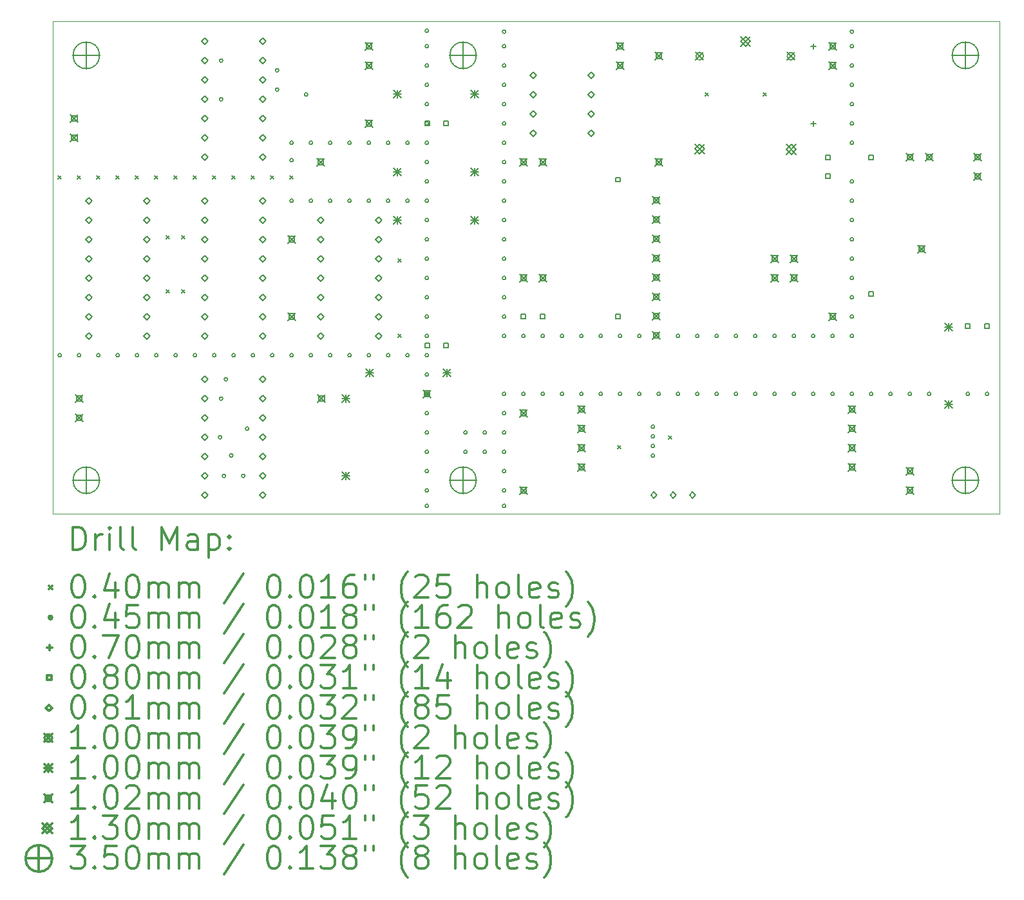
<source format=gbr>
%FSLAX45Y45*%
G04 Gerber Fmt 4.5, Leading zero omitted, Abs format (unit mm)*
G04 Created by KiCad (PCBNEW (after 2015-mar-04 BZR unknown)-product) date Sat 14 Jan 2017 07:57:16 PM CET*
%MOMM*%
G01*
G04 APERTURE LIST*
%ADD10C,0.127000*%
%ADD11C,0.100000*%
%ADD12C,0.200000*%
%ADD13C,0.300000*%
G04 APERTURE END LIST*
D10*
D11*
X19272250Y-5200650D02*
X19272250Y-11677650D01*
X6826250Y-5200650D02*
X19272250Y-5200650D01*
X6826250Y-11677650D02*
X6826250Y-5200650D01*
X19272250Y-11677650D02*
X6826250Y-11677650D01*
D12*
X6901500Y-7231700D02*
X6941500Y-7271700D01*
X6941500Y-7231700D02*
X6901500Y-7271700D01*
X7155500Y-7231700D02*
X7195500Y-7271700D01*
X7195500Y-7231700D02*
X7155500Y-7271700D01*
X7155500Y-7231700D02*
X7195500Y-7271700D01*
X7195500Y-7231700D02*
X7155500Y-7271700D01*
X7409500Y-7231700D02*
X7449500Y-7271700D01*
X7449500Y-7231700D02*
X7409500Y-7271700D01*
X7663500Y-7231700D02*
X7703500Y-7271700D01*
X7703500Y-7231700D02*
X7663500Y-7271700D01*
X7917500Y-7231700D02*
X7957500Y-7271700D01*
X7957500Y-7231700D02*
X7917500Y-7271700D01*
X8171500Y-7231700D02*
X8211500Y-7271700D01*
X8211500Y-7231700D02*
X8171500Y-7271700D01*
X8323900Y-8019100D02*
X8363900Y-8059100D01*
X8363900Y-8019100D02*
X8323900Y-8059100D01*
X8323900Y-8730300D02*
X8363900Y-8770300D01*
X8363900Y-8730300D02*
X8323900Y-8770300D01*
X8425500Y-7231700D02*
X8465500Y-7271700D01*
X8465500Y-7231700D02*
X8425500Y-7271700D01*
X8527100Y-8019100D02*
X8567100Y-8059100D01*
X8567100Y-8019100D02*
X8527100Y-8059100D01*
X8527100Y-8730300D02*
X8567100Y-8770300D01*
X8567100Y-8730300D02*
X8527100Y-8770300D01*
X8679500Y-7231700D02*
X8719500Y-7271700D01*
X8719500Y-7231700D02*
X8679500Y-7271700D01*
X8933500Y-7231700D02*
X8973500Y-7271700D01*
X8973500Y-7231700D02*
X8933500Y-7271700D01*
X9187500Y-7231700D02*
X9227500Y-7271700D01*
X9227500Y-7231700D02*
X9187500Y-7271700D01*
X9441500Y-7231700D02*
X9481500Y-7271700D01*
X9481500Y-7231700D02*
X9441500Y-7271700D01*
X9695500Y-7231700D02*
X9735500Y-7271700D01*
X9735500Y-7231700D02*
X9695500Y-7271700D01*
X9949500Y-7231700D02*
X9989500Y-7271700D01*
X9989500Y-7231700D02*
X9949500Y-7271700D01*
X11371900Y-8323900D02*
X11411900Y-8363900D01*
X11411900Y-8323900D02*
X11371900Y-8363900D01*
X11371900Y-9314500D02*
X11411900Y-9354500D01*
X11411900Y-9314500D02*
X11371900Y-9354500D01*
X14258000Y-10775000D02*
X14298000Y-10815000D01*
X14298000Y-10775000D02*
X14258000Y-10815000D01*
X14927900Y-10648000D02*
X14967900Y-10688000D01*
X14967900Y-10648000D02*
X14927900Y-10688000D01*
X15410500Y-6139500D02*
X15450500Y-6179500D01*
X15450500Y-6139500D02*
X15410500Y-6179500D01*
X16172500Y-6139500D02*
X16212500Y-6179500D01*
X16212500Y-6139500D02*
X16172500Y-6179500D01*
X18229900Y-8171500D02*
X18269900Y-8211500D01*
X18269900Y-8171500D02*
X18229900Y-8211500D01*
X6944000Y-9588500D02*
G75*
G03X6944000Y-9588500I-22500J0D01*
G01*
X7198000Y-9588500D02*
G75*
G03X7198000Y-9588500I-22500J0D01*
G01*
X7452000Y-9588500D02*
G75*
G03X7452000Y-9588500I-22500J0D01*
G01*
X7706000Y-9588500D02*
G75*
G03X7706000Y-9588500I-22500J0D01*
G01*
X7960000Y-9588500D02*
G75*
G03X7960000Y-9588500I-22500J0D01*
G01*
X8214000Y-9588500D02*
G75*
G03X8214000Y-9588500I-22500J0D01*
G01*
X8468000Y-9588500D02*
G75*
G03X8468000Y-9588500I-22500J0D01*
G01*
X8722000Y-9588500D02*
G75*
G03X8722000Y-9588500I-22500J0D01*
G01*
X8976000Y-9588500D02*
G75*
G03X8976000Y-9588500I-22500J0D01*
G01*
X9052200Y-10668000D02*
G75*
G03X9052200Y-10668000I-22500J0D01*
G01*
X9064900Y-5715000D02*
G75*
G03X9064900Y-5715000I-22500J0D01*
G01*
X9064900Y-6223000D02*
G75*
G03X9064900Y-6223000I-22500J0D01*
G01*
X9064900Y-10160000D02*
G75*
G03X9064900Y-10160000I-22500J0D01*
G01*
X9103000Y-11176000D02*
G75*
G03X9103000Y-11176000I-22500J0D01*
G01*
X9128400Y-9906000D02*
G75*
G03X9128400Y-9906000I-22500J0D01*
G01*
X9196980Y-10906760D02*
G75*
G03X9196980Y-10906760I-22500J0D01*
G01*
X9230000Y-9588500D02*
G75*
G03X9230000Y-9588500I-22500J0D01*
G01*
X9357000Y-11176000D02*
G75*
G03X9357000Y-11176000I-22500J0D01*
G01*
X9407800Y-10553700D02*
G75*
G03X9407800Y-10553700I-22500J0D01*
G01*
X9484000Y-9588500D02*
G75*
G03X9484000Y-9588500I-22500J0D01*
G01*
X9738000Y-9588500D02*
G75*
G03X9738000Y-9588500I-22500J0D01*
G01*
X9801500Y-5842000D02*
G75*
G03X9801500Y-5842000I-22500J0D01*
G01*
X9801500Y-6096000D02*
G75*
G03X9801500Y-6096000I-22500J0D01*
G01*
X9992000Y-6794500D02*
G75*
G03X9992000Y-6794500I-22500J0D01*
G01*
X9992000Y-7023100D02*
G75*
G03X9992000Y-7023100I-22500J0D01*
G01*
X9992000Y-7556500D02*
G75*
G03X9992000Y-7556500I-22500J0D01*
G01*
X9992000Y-9588500D02*
G75*
G03X9992000Y-9588500I-22500J0D01*
G01*
X10182500Y-6159500D02*
G75*
G03X10182500Y-6159500I-22500J0D01*
G01*
X10246000Y-6794500D02*
G75*
G03X10246000Y-6794500I-22500J0D01*
G01*
X10246000Y-7556500D02*
G75*
G03X10246000Y-7556500I-22500J0D01*
G01*
X10246000Y-9588500D02*
G75*
G03X10246000Y-9588500I-22500J0D01*
G01*
X10500000Y-6794500D02*
G75*
G03X10500000Y-6794500I-22500J0D01*
G01*
X10500000Y-7556500D02*
G75*
G03X10500000Y-7556500I-22500J0D01*
G01*
X10500000Y-9588500D02*
G75*
G03X10500000Y-9588500I-22500J0D01*
G01*
X10754000Y-6794500D02*
G75*
G03X10754000Y-6794500I-22500J0D01*
G01*
X10754000Y-7556500D02*
G75*
G03X10754000Y-7556500I-22500J0D01*
G01*
X10754000Y-9588500D02*
G75*
G03X10754000Y-9588500I-22500J0D01*
G01*
X11008000Y-6794500D02*
G75*
G03X11008000Y-6794500I-22500J0D01*
G01*
X11008000Y-7556500D02*
G75*
G03X11008000Y-7556500I-22500J0D01*
G01*
X11008000Y-9588500D02*
G75*
G03X11008000Y-9588500I-22500J0D01*
G01*
X11262000Y-6794500D02*
G75*
G03X11262000Y-6794500I-22500J0D01*
G01*
X11262000Y-7556500D02*
G75*
G03X11262000Y-7556500I-22500J0D01*
G01*
X11262000Y-9588500D02*
G75*
G03X11262000Y-9588500I-22500J0D01*
G01*
X11516000Y-6794500D02*
G75*
G03X11516000Y-6794500I-22500J0D01*
G01*
X11516000Y-7556500D02*
G75*
G03X11516000Y-7556500I-22500J0D01*
G01*
X11516000Y-9588500D02*
G75*
G03X11516000Y-9588500I-22500J0D01*
G01*
X11770000Y-5321300D02*
G75*
G03X11770000Y-5321300I-22500J0D01*
G01*
X11770000Y-5524500D02*
G75*
G03X11770000Y-5524500I-22500J0D01*
G01*
X11770000Y-5778500D02*
G75*
G03X11770000Y-5778500I-22500J0D01*
G01*
X11770000Y-6032500D02*
G75*
G03X11770000Y-6032500I-22500J0D01*
G01*
X11770000Y-6286500D02*
G75*
G03X11770000Y-6286500I-22500J0D01*
G01*
X11770000Y-6540500D02*
G75*
G03X11770000Y-6540500I-22500J0D01*
G01*
X11770000Y-6794500D02*
G75*
G03X11770000Y-6794500I-22500J0D01*
G01*
X11770000Y-7048500D02*
G75*
G03X11770000Y-7048500I-22500J0D01*
G01*
X11770000Y-7302500D02*
G75*
G03X11770000Y-7302500I-22500J0D01*
G01*
X11770000Y-7556500D02*
G75*
G03X11770000Y-7556500I-22500J0D01*
G01*
X11770000Y-7810500D02*
G75*
G03X11770000Y-7810500I-22500J0D01*
G01*
X11770000Y-8064500D02*
G75*
G03X11770000Y-8064500I-22500J0D01*
G01*
X11770000Y-8318500D02*
G75*
G03X11770000Y-8318500I-22500J0D01*
G01*
X11770000Y-8572500D02*
G75*
G03X11770000Y-8572500I-22500J0D01*
G01*
X11770000Y-8826500D02*
G75*
G03X11770000Y-8826500I-22500J0D01*
G01*
X11770000Y-9080500D02*
G75*
G03X11770000Y-9080500I-22500J0D01*
G01*
X11770000Y-9334500D02*
G75*
G03X11770000Y-9334500I-22500J0D01*
G01*
X11770000Y-9588500D02*
G75*
G03X11770000Y-9588500I-22500J0D01*
G01*
X11770000Y-9842500D02*
G75*
G03X11770000Y-9842500I-22500J0D01*
G01*
X11770000Y-10096500D02*
G75*
G03X11770000Y-10096500I-22500J0D01*
G01*
X11770000Y-10350500D02*
G75*
G03X11770000Y-10350500I-22500J0D01*
G01*
X11770000Y-10604500D02*
G75*
G03X11770000Y-10604500I-22500J0D01*
G01*
X11770000Y-10858500D02*
G75*
G03X11770000Y-10858500I-22500J0D01*
G01*
X11770000Y-11112500D02*
G75*
G03X11770000Y-11112500I-22500J0D01*
G01*
X11770000Y-11366500D02*
G75*
G03X11770000Y-11366500I-22500J0D01*
G01*
X11770000Y-11569700D02*
G75*
G03X11770000Y-11569700I-22500J0D01*
G01*
X12278000Y-10604500D02*
G75*
G03X12278000Y-10604500I-22500J0D01*
G01*
X12278000Y-10858500D02*
G75*
G03X12278000Y-10858500I-22500J0D01*
G01*
X12532000Y-10604500D02*
G75*
G03X12532000Y-10604500I-22500J0D01*
G01*
X12532000Y-10858500D02*
G75*
G03X12532000Y-10858500I-22500J0D01*
G01*
X12786000Y-5334000D02*
G75*
G03X12786000Y-5334000I-22500J0D01*
G01*
X12786000Y-5524500D02*
G75*
G03X12786000Y-5524500I-22500J0D01*
G01*
X12786000Y-5778500D02*
G75*
G03X12786000Y-5778500I-22500J0D01*
G01*
X12786000Y-6032500D02*
G75*
G03X12786000Y-6032500I-22500J0D01*
G01*
X12786000Y-6286500D02*
G75*
G03X12786000Y-6286500I-22500J0D01*
G01*
X12786000Y-6540500D02*
G75*
G03X12786000Y-6540500I-22500J0D01*
G01*
X12786000Y-6794500D02*
G75*
G03X12786000Y-6794500I-22500J0D01*
G01*
X12786000Y-7048500D02*
G75*
G03X12786000Y-7048500I-22500J0D01*
G01*
X12786000Y-7302500D02*
G75*
G03X12786000Y-7302500I-22500J0D01*
G01*
X12786000Y-7556500D02*
G75*
G03X12786000Y-7556500I-22500J0D01*
G01*
X12786000Y-7810500D02*
G75*
G03X12786000Y-7810500I-22500J0D01*
G01*
X12786000Y-8064500D02*
G75*
G03X12786000Y-8064500I-22500J0D01*
G01*
X12786000Y-8318500D02*
G75*
G03X12786000Y-8318500I-22500J0D01*
G01*
X12786000Y-8572500D02*
G75*
G03X12786000Y-8572500I-22500J0D01*
G01*
X12786000Y-8826500D02*
G75*
G03X12786000Y-8826500I-22500J0D01*
G01*
X12786000Y-9080500D02*
G75*
G03X12786000Y-9080500I-22500J0D01*
G01*
X12786000Y-9334500D02*
G75*
G03X12786000Y-9334500I-22500J0D01*
G01*
X12786000Y-10096500D02*
G75*
G03X12786000Y-10096500I-22500J0D01*
G01*
X12786000Y-10350500D02*
G75*
G03X12786000Y-10350500I-22500J0D01*
G01*
X12786000Y-10604500D02*
G75*
G03X12786000Y-10604500I-22500J0D01*
G01*
X12786000Y-10858500D02*
G75*
G03X12786000Y-10858500I-22500J0D01*
G01*
X12786000Y-11112500D02*
G75*
G03X12786000Y-11112500I-22500J0D01*
G01*
X12786000Y-11366500D02*
G75*
G03X12786000Y-11366500I-22500J0D01*
G01*
X12786000Y-11569700D02*
G75*
G03X12786000Y-11569700I-22500J0D01*
G01*
X13040000Y-9334500D02*
G75*
G03X13040000Y-9334500I-22500J0D01*
G01*
X13040000Y-10096500D02*
G75*
G03X13040000Y-10096500I-22500J0D01*
G01*
X13294000Y-9334500D02*
G75*
G03X13294000Y-9334500I-22500J0D01*
G01*
X13294000Y-10096500D02*
G75*
G03X13294000Y-10096500I-22500J0D01*
G01*
X13548000Y-9334500D02*
G75*
G03X13548000Y-9334500I-22500J0D01*
G01*
X13548000Y-10096500D02*
G75*
G03X13548000Y-10096500I-22500J0D01*
G01*
X13802000Y-9334500D02*
G75*
G03X13802000Y-9334500I-22500J0D01*
G01*
X13802000Y-10096500D02*
G75*
G03X13802000Y-10096500I-22500J0D01*
G01*
X14056000Y-9334500D02*
G75*
G03X14056000Y-9334500I-22500J0D01*
G01*
X14056000Y-10096500D02*
G75*
G03X14056000Y-10096500I-22500J0D01*
G01*
X14310000Y-9334500D02*
G75*
G03X14310000Y-9334500I-22500J0D01*
G01*
X14310000Y-10096500D02*
G75*
G03X14310000Y-10096500I-22500J0D01*
G01*
X14564000Y-9334500D02*
G75*
G03X14564000Y-9334500I-22500J0D01*
G01*
X14564000Y-10096500D02*
G75*
G03X14564000Y-10096500I-22500J0D01*
G01*
X14741800Y-10528300D02*
G75*
G03X14741800Y-10528300I-22500J0D01*
G01*
X14741800Y-10528300D02*
G75*
G03X14741800Y-10528300I-22500J0D01*
G01*
X14741800Y-10655300D02*
G75*
G03X14741800Y-10655300I-22500J0D01*
G01*
X14741800Y-10782300D02*
G75*
G03X14741800Y-10782300I-22500J0D01*
G01*
X14741800Y-10909300D02*
G75*
G03X14741800Y-10909300I-22500J0D01*
G01*
X14818000Y-10096500D02*
G75*
G03X14818000Y-10096500I-22500J0D01*
G01*
X15072000Y-9334500D02*
G75*
G03X15072000Y-9334500I-22500J0D01*
G01*
X15072000Y-10096500D02*
G75*
G03X15072000Y-10096500I-22500J0D01*
G01*
X15326000Y-9334500D02*
G75*
G03X15326000Y-9334500I-22500J0D01*
G01*
X15326000Y-10096500D02*
G75*
G03X15326000Y-10096500I-22500J0D01*
G01*
X15580000Y-9334500D02*
G75*
G03X15580000Y-9334500I-22500J0D01*
G01*
X15580000Y-10096500D02*
G75*
G03X15580000Y-10096500I-22500J0D01*
G01*
X15834000Y-9334500D02*
G75*
G03X15834000Y-9334500I-22500J0D01*
G01*
X15834000Y-10096500D02*
G75*
G03X15834000Y-10096500I-22500J0D01*
G01*
X16088000Y-9334500D02*
G75*
G03X16088000Y-9334500I-22500J0D01*
G01*
X16088000Y-10096500D02*
G75*
G03X16088000Y-10096500I-22500J0D01*
G01*
X16342000Y-9334500D02*
G75*
G03X16342000Y-9334500I-22500J0D01*
G01*
X16342000Y-10096500D02*
G75*
G03X16342000Y-10096500I-22500J0D01*
G01*
X16596000Y-9334500D02*
G75*
G03X16596000Y-9334500I-22500J0D01*
G01*
X16596000Y-10096500D02*
G75*
G03X16596000Y-10096500I-22500J0D01*
G01*
X16850000Y-9334500D02*
G75*
G03X16850000Y-9334500I-22500J0D01*
G01*
X16850000Y-10096500D02*
G75*
G03X16850000Y-10096500I-22500J0D01*
G01*
X17104000Y-9334500D02*
G75*
G03X17104000Y-9334500I-22500J0D01*
G01*
X17104000Y-10096500D02*
G75*
G03X17104000Y-10096500I-22500J0D01*
G01*
X17358000Y-5334000D02*
G75*
G03X17358000Y-5334000I-22500J0D01*
G01*
X17358000Y-5524500D02*
G75*
G03X17358000Y-5524500I-22500J0D01*
G01*
X17358000Y-5778500D02*
G75*
G03X17358000Y-5778500I-22500J0D01*
G01*
X17358000Y-6032500D02*
G75*
G03X17358000Y-6032500I-22500J0D01*
G01*
X17358000Y-6286500D02*
G75*
G03X17358000Y-6286500I-22500J0D01*
G01*
X17358000Y-6540500D02*
G75*
G03X17358000Y-6540500I-22500J0D01*
G01*
X17358000Y-6794500D02*
G75*
G03X17358000Y-6794500I-22500J0D01*
G01*
X17358000Y-7302500D02*
G75*
G03X17358000Y-7302500I-22500J0D01*
G01*
X17358000Y-7556500D02*
G75*
G03X17358000Y-7556500I-22500J0D01*
G01*
X17358000Y-7556500D02*
G75*
G03X17358000Y-7556500I-22500J0D01*
G01*
X17358000Y-7810500D02*
G75*
G03X17358000Y-7810500I-22500J0D01*
G01*
X17358000Y-8064500D02*
G75*
G03X17358000Y-8064500I-22500J0D01*
G01*
X17358000Y-8318500D02*
G75*
G03X17358000Y-8318500I-22500J0D01*
G01*
X17358000Y-8572500D02*
G75*
G03X17358000Y-8572500I-22500J0D01*
G01*
X17358000Y-8826500D02*
G75*
G03X17358000Y-8826500I-22500J0D01*
G01*
X17358000Y-9080500D02*
G75*
G03X17358000Y-9080500I-22500J0D01*
G01*
X17358000Y-9334500D02*
G75*
G03X17358000Y-9334500I-22500J0D01*
G01*
X17358000Y-10096500D02*
G75*
G03X17358000Y-10096500I-22500J0D01*
G01*
X17612000Y-10096500D02*
G75*
G03X17612000Y-10096500I-22500J0D01*
G01*
X17866000Y-10096500D02*
G75*
G03X17866000Y-10096500I-22500J0D01*
G01*
X18120000Y-10096500D02*
G75*
G03X18120000Y-10096500I-22500J0D01*
G01*
X18374000Y-10096500D02*
G75*
G03X18374000Y-10096500I-22500J0D01*
G01*
X18882000Y-10096500D02*
G75*
G03X18882000Y-10096500I-22500J0D01*
G01*
X19136000Y-10096500D02*
G75*
G03X19136000Y-10096500I-22500J0D01*
G01*
X16827500Y-5489448D02*
X16827500Y-5559552D01*
X16792448Y-5524500D02*
X16862552Y-5524500D01*
X16827500Y-6505448D02*
X16827500Y-6575552D01*
X16792448Y-6540500D02*
X16862552Y-6540500D01*
X11779784Y-6568784D02*
X11779784Y-6512215D01*
X11723215Y-6512215D01*
X11723215Y-6568784D01*
X11779784Y-6568784D01*
X11779784Y-9489785D02*
X11779784Y-9433216D01*
X11723215Y-9433216D01*
X11723215Y-9489785D01*
X11779784Y-9489785D01*
X12029784Y-6568784D02*
X12029784Y-6512215D01*
X11973215Y-6512215D01*
X11973215Y-6568784D01*
X12029784Y-6568784D01*
X12029784Y-9489785D02*
X12029784Y-9433216D01*
X11973215Y-9433216D01*
X11973215Y-9489785D01*
X12029784Y-9489785D01*
X13045784Y-9108785D02*
X13045784Y-9052216D01*
X12989215Y-9052216D01*
X12989215Y-9108785D01*
X13045784Y-9108785D01*
X13295784Y-9108785D02*
X13295784Y-9052216D01*
X13239215Y-9052216D01*
X13239215Y-9108785D01*
X13295784Y-9108785D01*
X14290384Y-7308784D02*
X14290384Y-7252215D01*
X14233815Y-7252215D01*
X14233815Y-7308784D01*
X14290384Y-7308784D01*
X14290384Y-9108785D02*
X14290384Y-9052216D01*
X14233815Y-9052216D01*
X14233815Y-9108785D01*
X14290384Y-9108785D01*
X17046285Y-7013284D02*
X17046285Y-6956715D01*
X16989716Y-6956715D01*
X16989716Y-7013284D01*
X17046285Y-7013284D01*
X17046285Y-7263284D02*
X17046285Y-7206715D01*
X16989716Y-7206715D01*
X16989716Y-7263284D01*
X17046285Y-7263284D01*
X17617785Y-7013284D02*
X17617785Y-6956715D01*
X17561216Y-6956715D01*
X17561216Y-7013284D01*
X17617785Y-7013284D01*
X17617785Y-8813285D02*
X17617785Y-8756716D01*
X17561216Y-8756716D01*
X17561216Y-8813285D01*
X17617785Y-8813285D01*
X18887785Y-9235785D02*
X18887785Y-9179216D01*
X18831216Y-9179216D01*
X18831216Y-9235785D01*
X18887785Y-9235785D01*
X19137785Y-9235785D02*
X19137785Y-9179216D01*
X19081216Y-9179216D01*
X19081216Y-9235785D01*
X19137785Y-9235785D01*
X7302500Y-7597140D02*
X7343140Y-7556500D01*
X7302500Y-7515860D01*
X7261860Y-7556500D01*
X7302500Y-7597140D01*
X7302500Y-7851140D02*
X7343140Y-7810500D01*
X7302500Y-7769860D01*
X7261860Y-7810500D01*
X7302500Y-7851140D01*
X7302500Y-8105140D02*
X7343140Y-8064500D01*
X7302500Y-8023860D01*
X7261860Y-8064500D01*
X7302500Y-8105140D01*
X7302500Y-8359140D02*
X7343140Y-8318500D01*
X7302500Y-8277860D01*
X7261860Y-8318500D01*
X7302500Y-8359140D01*
X7302500Y-8613140D02*
X7343140Y-8572500D01*
X7302500Y-8531860D01*
X7261860Y-8572500D01*
X7302500Y-8613140D01*
X7302500Y-8867140D02*
X7343140Y-8826500D01*
X7302500Y-8785860D01*
X7261860Y-8826500D01*
X7302500Y-8867140D01*
X7302500Y-9121140D02*
X7343140Y-9080500D01*
X7302500Y-9039860D01*
X7261860Y-9080500D01*
X7302500Y-9121140D01*
X7302500Y-9375140D02*
X7343140Y-9334500D01*
X7302500Y-9293860D01*
X7261860Y-9334500D01*
X7302500Y-9375140D01*
X8064500Y-7597140D02*
X8105140Y-7556500D01*
X8064500Y-7515860D01*
X8023860Y-7556500D01*
X8064500Y-7597140D01*
X8064500Y-7851140D02*
X8105140Y-7810500D01*
X8064500Y-7769860D01*
X8023860Y-7810500D01*
X8064500Y-7851140D01*
X8064500Y-8105140D02*
X8105140Y-8064500D01*
X8064500Y-8023860D01*
X8023860Y-8064500D01*
X8064500Y-8105140D01*
X8064500Y-8359140D02*
X8105140Y-8318500D01*
X8064500Y-8277860D01*
X8023860Y-8318500D01*
X8064500Y-8359140D01*
X8064500Y-8613140D02*
X8105140Y-8572500D01*
X8064500Y-8531860D01*
X8023860Y-8572500D01*
X8064500Y-8613140D01*
X8064500Y-8867140D02*
X8105140Y-8826500D01*
X8064500Y-8785860D01*
X8023860Y-8826500D01*
X8064500Y-8867140D01*
X8064500Y-9121140D02*
X8105140Y-9080500D01*
X8064500Y-9039860D01*
X8023860Y-9080500D01*
X8064500Y-9121140D01*
X8064500Y-9375140D02*
X8105140Y-9334500D01*
X8064500Y-9293860D01*
X8023860Y-9334500D01*
X8064500Y-9375140D01*
X8826500Y-5501640D02*
X8867140Y-5461000D01*
X8826500Y-5420360D01*
X8785860Y-5461000D01*
X8826500Y-5501640D01*
X8826500Y-5755640D02*
X8867140Y-5715000D01*
X8826500Y-5674360D01*
X8785860Y-5715000D01*
X8826500Y-5755640D01*
X8826500Y-6009640D02*
X8867140Y-5969000D01*
X8826500Y-5928360D01*
X8785860Y-5969000D01*
X8826500Y-6009640D01*
X8826500Y-6263640D02*
X8867140Y-6223000D01*
X8826500Y-6182360D01*
X8785860Y-6223000D01*
X8826500Y-6263640D01*
X8826500Y-6517640D02*
X8867140Y-6477000D01*
X8826500Y-6436360D01*
X8785860Y-6477000D01*
X8826500Y-6517640D01*
X8826500Y-6771640D02*
X8867140Y-6731000D01*
X8826500Y-6690360D01*
X8785860Y-6731000D01*
X8826500Y-6771640D01*
X8826500Y-7025640D02*
X8867140Y-6985000D01*
X8826500Y-6944360D01*
X8785860Y-6985000D01*
X8826500Y-7025640D01*
X8826500Y-7597140D02*
X8867140Y-7556500D01*
X8826500Y-7515860D01*
X8785860Y-7556500D01*
X8826500Y-7597140D01*
X8826500Y-7851140D02*
X8867140Y-7810500D01*
X8826500Y-7769860D01*
X8785860Y-7810500D01*
X8826500Y-7851140D01*
X8826500Y-8105140D02*
X8867140Y-8064500D01*
X8826500Y-8023860D01*
X8785860Y-8064500D01*
X8826500Y-8105140D01*
X8826500Y-8359140D02*
X8867140Y-8318500D01*
X8826500Y-8277860D01*
X8785860Y-8318500D01*
X8826500Y-8359140D01*
X8826500Y-8613140D02*
X8867140Y-8572500D01*
X8826500Y-8531860D01*
X8785860Y-8572500D01*
X8826500Y-8613140D01*
X8826500Y-8867140D02*
X8867140Y-8826500D01*
X8826500Y-8785860D01*
X8785860Y-8826500D01*
X8826500Y-8867140D01*
X8826500Y-9121140D02*
X8867140Y-9080500D01*
X8826500Y-9039860D01*
X8785860Y-9080500D01*
X8826500Y-9121140D01*
X8826500Y-9375140D02*
X8867140Y-9334500D01*
X8826500Y-9293860D01*
X8785860Y-9334500D01*
X8826500Y-9375140D01*
X8826500Y-9946640D02*
X8867140Y-9906000D01*
X8826500Y-9865360D01*
X8785860Y-9906000D01*
X8826500Y-9946640D01*
X8826500Y-10200640D02*
X8867140Y-10160000D01*
X8826500Y-10119360D01*
X8785860Y-10160000D01*
X8826500Y-10200640D01*
X8826500Y-10454640D02*
X8867140Y-10414000D01*
X8826500Y-10373360D01*
X8785860Y-10414000D01*
X8826500Y-10454640D01*
X8826500Y-10708640D02*
X8867140Y-10668000D01*
X8826500Y-10627360D01*
X8785860Y-10668000D01*
X8826500Y-10708640D01*
X8826500Y-10962640D02*
X8867140Y-10922000D01*
X8826500Y-10881360D01*
X8785860Y-10922000D01*
X8826500Y-10962640D01*
X8826500Y-11216640D02*
X8867140Y-11176000D01*
X8826500Y-11135360D01*
X8785860Y-11176000D01*
X8826500Y-11216640D01*
X8826500Y-11470640D02*
X8867140Y-11430000D01*
X8826500Y-11389360D01*
X8785860Y-11430000D01*
X8826500Y-11470640D01*
X9588500Y-5501640D02*
X9629140Y-5461000D01*
X9588500Y-5420360D01*
X9547860Y-5461000D01*
X9588500Y-5501640D01*
X9588500Y-5755640D02*
X9629140Y-5715000D01*
X9588500Y-5674360D01*
X9547860Y-5715000D01*
X9588500Y-5755640D01*
X9588500Y-6009640D02*
X9629140Y-5969000D01*
X9588500Y-5928360D01*
X9547860Y-5969000D01*
X9588500Y-6009640D01*
X9588500Y-6263640D02*
X9629140Y-6223000D01*
X9588500Y-6182360D01*
X9547860Y-6223000D01*
X9588500Y-6263640D01*
X9588500Y-6517640D02*
X9629140Y-6477000D01*
X9588500Y-6436360D01*
X9547860Y-6477000D01*
X9588500Y-6517640D01*
X9588500Y-6771640D02*
X9629140Y-6731000D01*
X9588500Y-6690360D01*
X9547860Y-6731000D01*
X9588500Y-6771640D01*
X9588500Y-7025640D02*
X9629140Y-6985000D01*
X9588500Y-6944360D01*
X9547860Y-6985000D01*
X9588500Y-7025640D01*
X9588500Y-7597140D02*
X9629140Y-7556500D01*
X9588500Y-7515860D01*
X9547860Y-7556500D01*
X9588500Y-7597140D01*
X9588500Y-7851140D02*
X9629140Y-7810500D01*
X9588500Y-7769860D01*
X9547860Y-7810500D01*
X9588500Y-7851140D01*
X9588500Y-8105140D02*
X9629140Y-8064500D01*
X9588500Y-8023860D01*
X9547860Y-8064500D01*
X9588500Y-8105140D01*
X9588500Y-8359140D02*
X9629140Y-8318500D01*
X9588500Y-8277860D01*
X9547860Y-8318500D01*
X9588500Y-8359140D01*
X9588500Y-8613140D02*
X9629140Y-8572500D01*
X9588500Y-8531860D01*
X9547860Y-8572500D01*
X9588500Y-8613140D01*
X9588500Y-8867140D02*
X9629140Y-8826500D01*
X9588500Y-8785860D01*
X9547860Y-8826500D01*
X9588500Y-8867140D01*
X9588500Y-9121140D02*
X9629140Y-9080500D01*
X9588500Y-9039860D01*
X9547860Y-9080500D01*
X9588500Y-9121140D01*
X9588500Y-9375140D02*
X9629140Y-9334500D01*
X9588500Y-9293860D01*
X9547860Y-9334500D01*
X9588500Y-9375140D01*
X9588500Y-9946640D02*
X9629140Y-9906000D01*
X9588500Y-9865360D01*
X9547860Y-9906000D01*
X9588500Y-9946640D01*
X9588500Y-10200640D02*
X9629140Y-10160000D01*
X9588500Y-10119360D01*
X9547860Y-10160000D01*
X9588500Y-10200640D01*
X9588500Y-10454640D02*
X9629140Y-10414000D01*
X9588500Y-10373360D01*
X9547860Y-10414000D01*
X9588500Y-10454640D01*
X9588500Y-10708640D02*
X9629140Y-10668000D01*
X9588500Y-10627360D01*
X9547860Y-10668000D01*
X9588500Y-10708640D01*
X9588500Y-10962640D02*
X9629140Y-10922000D01*
X9588500Y-10881360D01*
X9547860Y-10922000D01*
X9588500Y-10962640D01*
X9588500Y-11216640D02*
X9629140Y-11176000D01*
X9588500Y-11135360D01*
X9547860Y-11176000D01*
X9588500Y-11216640D01*
X9588500Y-11470640D02*
X9629140Y-11430000D01*
X9588500Y-11389360D01*
X9547860Y-11430000D01*
X9588500Y-11470640D01*
X10350500Y-7851140D02*
X10391140Y-7810500D01*
X10350500Y-7769860D01*
X10309860Y-7810500D01*
X10350500Y-7851140D01*
X10350500Y-8105140D02*
X10391140Y-8064500D01*
X10350500Y-8023860D01*
X10309860Y-8064500D01*
X10350500Y-8105140D01*
X10350500Y-8359140D02*
X10391140Y-8318500D01*
X10350500Y-8277860D01*
X10309860Y-8318500D01*
X10350500Y-8359140D01*
X10350500Y-8613140D02*
X10391140Y-8572500D01*
X10350500Y-8531860D01*
X10309860Y-8572500D01*
X10350500Y-8613140D01*
X10350500Y-8867140D02*
X10391140Y-8826500D01*
X10350500Y-8785860D01*
X10309860Y-8826500D01*
X10350500Y-8867140D01*
X10350500Y-9121140D02*
X10391140Y-9080500D01*
X10350500Y-9039860D01*
X10309860Y-9080500D01*
X10350500Y-9121140D01*
X10350500Y-9375140D02*
X10391140Y-9334500D01*
X10350500Y-9293860D01*
X10309860Y-9334500D01*
X10350500Y-9375140D01*
X11112500Y-7851140D02*
X11153140Y-7810500D01*
X11112500Y-7769860D01*
X11071860Y-7810500D01*
X11112500Y-7851140D01*
X11112500Y-8105140D02*
X11153140Y-8064500D01*
X11112500Y-8023860D01*
X11071860Y-8064500D01*
X11112500Y-8105140D01*
X11112500Y-8359140D02*
X11153140Y-8318500D01*
X11112500Y-8277860D01*
X11071860Y-8318500D01*
X11112500Y-8359140D01*
X11112500Y-8613140D02*
X11153140Y-8572500D01*
X11112500Y-8531860D01*
X11071860Y-8572500D01*
X11112500Y-8613140D01*
X11112500Y-8867140D02*
X11153140Y-8826500D01*
X11112500Y-8785860D01*
X11071860Y-8826500D01*
X11112500Y-8867140D01*
X11112500Y-9121140D02*
X11153140Y-9080500D01*
X11112500Y-9039860D01*
X11071860Y-9080500D01*
X11112500Y-9121140D01*
X11112500Y-9375140D02*
X11153140Y-9334500D01*
X11112500Y-9293860D01*
X11071860Y-9334500D01*
X11112500Y-9375140D01*
X13144500Y-5946140D02*
X13185140Y-5905500D01*
X13144500Y-5864860D01*
X13103860Y-5905500D01*
X13144500Y-5946140D01*
X13144500Y-6200140D02*
X13185140Y-6159500D01*
X13144500Y-6118860D01*
X13103860Y-6159500D01*
X13144500Y-6200140D01*
X13144500Y-6454140D02*
X13185140Y-6413500D01*
X13144500Y-6372860D01*
X13103860Y-6413500D01*
X13144500Y-6454140D01*
X13144500Y-6708140D02*
X13185140Y-6667500D01*
X13144500Y-6626860D01*
X13103860Y-6667500D01*
X13144500Y-6708140D01*
X13906500Y-5946140D02*
X13947140Y-5905500D01*
X13906500Y-5864860D01*
X13865860Y-5905500D01*
X13906500Y-5946140D01*
X13906500Y-6200140D02*
X13947140Y-6159500D01*
X13906500Y-6118860D01*
X13865860Y-6159500D01*
X13906500Y-6200140D01*
X13906500Y-6454140D02*
X13947140Y-6413500D01*
X13906500Y-6372860D01*
X13865860Y-6413500D01*
X13906500Y-6454140D01*
X13906500Y-6708140D02*
X13947140Y-6667500D01*
X13906500Y-6626860D01*
X13865860Y-6667500D01*
X13906500Y-6708140D01*
X14732000Y-11470640D02*
X14772640Y-11430000D01*
X14732000Y-11389360D01*
X14691360Y-11430000D01*
X14732000Y-11470640D01*
X14986000Y-11470640D02*
X15026640Y-11430000D01*
X14986000Y-11389360D01*
X14945360Y-11430000D01*
X14986000Y-11470640D01*
X15240000Y-11470640D02*
X15280640Y-11430000D01*
X15240000Y-11389360D01*
X15199360Y-11430000D01*
X15240000Y-11470640D01*
X15283500Y-5606000D02*
X15383500Y-5706000D01*
X15383500Y-5606000D02*
X15283500Y-5706000D01*
X15383500Y-5656000D02*
G75*
G03X15383500Y-5656000I-50000J0D01*
G01*
X16483500Y-5606000D02*
X16583500Y-5706000D01*
X16583500Y-5606000D02*
X16483500Y-5706000D01*
X16583500Y-5656000D02*
G75*
G03X16583500Y-5656000I-50000J0D01*
G01*
X10630662Y-10105136D02*
X10730738Y-10205212D01*
X10730738Y-10105136D02*
X10630662Y-10205212D01*
X10680700Y-10105136D02*
X10680700Y-10205212D01*
X10630662Y-10155174D02*
X10730738Y-10155174D01*
X10630662Y-11121136D02*
X10730738Y-11221212D01*
X10730738Y-11121136D02*
X10630662Y-11221212D01*
X10680700Y-11121136D02*
X10680700Y-11221212D01*
X10630662Y-11171174D02*
X10730738Y-11171174D01*
X10943336Y-9767062D02*
X11043412Y-9867138D01*
X11043412Y-9767062D02*
X10943336Y-9867138D01*
X10993374Y-9767062D02*
X10993374Y-9867138D01*
X10943336Y-9817100D02*
X11043412Y-9817100D01*
X11308588Y-7125462D02*
X11408664Y-7225538D01*
X11408664Y-7125462D02*
X11308588Y-7225538D01*
X11358626Y-7125462D02*
X11358626Y-7225538D01*
X11308588Y-7175500D02*
X11408664Y-7175500D01*
X11308588Y-7760462D02*
X11408664Y-7860538D01*
X11408664Y-7760462D02*
X11308588Y-7860538D01*
X11358626Y-7760462D02*
X11358626Y-7860538D01*
X11308588Y-7810500D02*
X11408664Y-7810500D01*
X11311636Y-6104382D02*
X11411712Y-6204458D01*
X11411712Y-6104382D02*
X11311636Y-6204458D01*
X11361674Y-6104382D02*
X11361674Y-6204458D01*
X11311636Y-6154420D02*
X11411712Y-6154420D01*
X11959336Y-9767062D02*
X12059412Y-9867138D01*
X12059412Y-9767062D02*
X11959336Y-9867138D01*
X12009374Y-9767062D02*
X12009374Y-9867138D01*
X11959336Y-9817100D02*
X12059412Y-9817100D01*
X12324588Y-7125462D02*
X12424664Y-7225538D01*
X12424664Y-7125462D02*
X12324588Y-7225538D01*
X12374626Y-7125462D02*
X12374626Y-7225538D01*
X12324588Y-7175500D02*
X12424664Y-7175500D01*
X12324588Y-7760462D02*
X12424664Y-7860538D01*
X12424664Y-7760462D02*
X12324588Y-7860538D01*
X12374626Y-7760462D02*
X12374626Y-7860538D01*
X12324588Y-7810500D02*
X12424664Y-7810500D01*
X12327636Y-6104382D02*
X12427712Y-6204458D01*
X12427712Y-6104382D02*
X12327636Y-6204458D01*
X12377674Y-6104382D02*
X12377674Y-6204458D01*
X12327636Y-6154420D02*
X12427712Y-6154420D01*
X18555462Y-9165336D02*
X18655538Y-9265412D01*
X18655538Y-9165336D02*
X18555462Y-9265412D01*
X18605500Y-9165336D02*
X18605500Y-9265412D01*
X18555462Y-9215374D02*
X18655538Y-9215374D01*
X18555462Y-10181336D02*
X18655538Y-10281412D01*
X18655538Y-10181336D02*
X18555462Y-10281412D01*
X18605500Y-10181336D02*
X18605500Y-10281412D01*
X18555462Y-10231374D02*
X18655538Y-10231374D01*
X7061200Y-6426200D02*
X7162800Y-6527800D01*
X7162800Y-6426200D02*
X7061200Y-6527800D01*
X7147921Y-6512921D02*
X7147921Y-6441079D01*
X7076079Y-6441079D01*
X7076079Y-6512921D01*
X7147921Y-6512921D01*
X7061200Y-6680200D02*
X7162800Y-6781800D01*
X7162800Y-6680200D02*
X7061200Y-6781800D01*
X7147921Y-6766921D02*
X7147921Y-6695079D01*
X7076079Y-6695079D01*
X7076079Y-6766921D01*
X7147921Y-6766921D01*
X7124700Y-10109200D02*
X7226300Y-10210800D01*
X7226300Y-10109200D02*
X7124700Y-10210800D01*
X7211421Y-10195921D02*
X7211421Y-10124079D01*
X7139579Y-10124079D01*
X7139579Y-10195921D01*
X7211421Y-10195921D01*
X7124700Y-10363200D02*
X7226300Y-10464800D01*
X7226300Y-10363200D02*
X7124700Y-10464800D01*
X7211421Y-10449921D02*
X7211421Y-10378079D01*
X7139579Y-10378079D01*
X7139579Y-10449921D01*
X7211421Y-10449921D01*
X9918700Y-8013700D02*
X10020300Y-8115300D01*
X10020300Y-8013700D02*
X9918700Y-8115300D01*
X10005421Y-8100421D02*
X10005421Y-8028579D01*
X9933579Y-8028579D01*
X9933579Y-8100421D01*
X10005421Y-8100421D01*
X9918700Y-9029700D02*
X10020300Y-9131300D01*
X10020300Y-9029700D02*
X9918700Y-9131300D01*
X10005421Y-9116421D02*
X10005421Y-9044579D01*
X9933579Y-9044579D01*
X9933579Y-9116421D01*
X10005421Y-9116421D01*
X10299700Y-6997700D02*
X10401300Y-7099300D01*
X10401300Y-6997700D02*
X10299700Y-7099300D01*
X10386421Y-7084421D02*
X10386421Y-7012579D01*
X10314579Y-7012579D01*
X10314579Y-7084421D01*
X10386421Y-7084421D01*
X10312400Y-10109200D02*
X10414000Y-10210800D01*
X10414000Y-10109200D02*
X10312400Y-10210800D01*
X10399121Y-10195921D02*
X10399121Y-10124079D01*
X10327279Y-10124079D01*
X10327279Y-10195921D01*
X10399121Y-10195921D01*
X10934700Y-5473700D02*
X11036300Y-5575300D01*
X11036300Y-5473700D02*
X10934700Y-5575300D01*
X11021421Y-5560421D02*
X11021421Y-5488579D01*
X10949579Y-5488579D01*
X10949579Y-5560421D01*
X11021421Y-5560421D01*
X10934700Y-5727700D02*
X11036300Y-5829300D01*
X11036300Y-5727700D02*
X10934700Y-5829300D01*
X11021421Y-5814421D02*
X11021421Y-5742579D01*
X10949579Y-5742579D01*
X10949579Y-5814421D01*
X11021421Y-5814421D01*
X10934700Y-6489700D02*
X11036300Y-6591300D01*
X11036300Y-6489700D02*
X10934700Y-6591300D01*
X11021421Y-6576421D02*
X11021421Y-6504579D01*
X10949579Y-6504579D01*
X10949579Y-6576421D01*
X11021421Y-6576421D01*
X11696700Y-10045700D02*
X11798300Y-10147300D01*
X11798300Y-10045700D02*
X11696700Y-10147300D01*
X11783421Y-10132421D02*
X11783421Y-10060579D01*
X11711579Y-10060579D01*
X11711579Y-10132421D01*
X11783421Y-10132421D01*
X12966700Y-6997700D02*
X13068300Y-7099300D01*
X13068300Y-6997700D02*
X12966700Y-7099300D01*
X13053421Y-7084421D02*
X13053421Y-7012579D01*
X12981579Y-7012579D01*
X12981579Y-7084421D01*
X13053421Y-7084421D01*
X12966700Y-8521700D02*
X13068300Y-8623300D01*
X13068300Y-8521700D02*
X12966700Y-8623300D01*
X13053421Y-8608421D02*
X13053421Y-8536579D01*
X12981579Y-8536579D01*
X12981579Y-8608421D01*
X13053421Y-8608421D01*
X12966700Y-10299700D02*
X13068300Y-10401300D01*
X13068300Y-10299700D02*
X12966700Y-10401300D01*
X13053421Y-10386421D02*
X13053421Y-10314579D01*
X12981579Y-10314579D01*
X12981579Y-10386421D01*
X13053421Y-10386421D01*
X12966700Y-11315700D02*
X13068300Y-11417300D01*
X13068300Y-11315700D02*
X12966700Y-11417300D01*
X13053421Y-11402421D02*
X13053421Y-11330579D01*
X12981579Y-11330579D01*
X12981579Y-11402421D01*
X13053421Y-11402421D01*
X13220700Y-6997700D02*
X13322300Y-7099300D01*
X13322300Y-6997700D02*
X13220700Y-7099300D01*
X13307421Y-7084421D02*
X13307421Y-7012579D01*
X13235579Y-7012579D01*
X13235579Y-7084421D01*
X13307421Y-7084421D01*
X13220700Y-8521700D02*
X13322300Y-8623300D01*
X13322300Y-8521700D02*
X13220700Y-8623300D01*
X13307421Y-8608421D02*
X13307421Y-8536579D01*
X13235579Y-8536579D01*
X13235579Y-8608421D01*
X13307421Y-8608421D01*
X13728700Y-10248900D02*
X13830300Y-10350500D01*
X13830300Y-10248900D02*
X13728700Y-10350500D01*
X13815421Y-10335621D02*
X13815421Y-10263779D01*
X13743579Y-10263779D01*
X13743579Y-10335621D01*
X13815421Y-10335621D01*
X13728700Y-10502900D02*
X13830300Y-10604500D01*
X13830300Y-10502900D02*
X13728700Y-10604500D01*
X13815421Y-10589621D02*
X13815421Y-10517779D01*
X13743579Y-10517779D01*
X13743579Y-10589621D01*
X13815421Y-10589621D01*
X13728700Y-10756900D02*
X13830300Y-10858500D01*
X13830300Y-10756900D02*
X13728700Y-10858500D01*
X13815421Y-10843621D02*
X13815421Y-10771779D01*
X13743579Y-10771779D01*
X13743579Y-10843621D01*
X13815421Y-10843621D01*
X13728700Y-11010900D02*
X13830300Y-11112500D01*
X13830300Y-11010900D02*
X13728700Y-11112500D01*
X13815421Y-11097621D02*
X13815421Y-11025779D01*
X13743579Y-11025779D01*
X13743579Y-11097621D01*
X13815421Y-11097621D01*
X14236700Y-5473700D02*
X14338300Y-5575300D01*
X14338300Y-5473700D02*
X14236700Y-5575300D01*
X14323421Y-5560421D02*
X14323421Y-5488579D01*
X14251579Y-5488579D01*
X14251579Y-5560421D01*
X14323421Y-5560421D01*
X14236700Y-5727700D02*
X14338300Y-5829300D01*
X14338300Y-5727700D02*
X14236700Y-5829300D01*
X14323421Y-5814421D02*
X14323421Y-5742579D01*
X14251579Y-5742579D01*
X14251579Y-5814421D01*
X14323421Y-5814421D01*
X14714220Y-7500620D02*
X14815820Y-7602220D01*
X14815820Y-7500620D02*
X14714220Y-7602220D01*
X14800941Y-7587341D02*
X14800941Y-7515499D01*
X14729099Y-7515499D01*
X14729099Y-7587341D01*
X14800941Y-7587341D01*
X14714220Y-7754620D02*
X14815820Y-7856220D01*
X14815820Y-7754620D02*
X14714220Y-7856220D01*
X14800941Y-7841341D02*
X14800941Y-7769499D01*
X14729099Y-7769499D01*
X14729099Y-7841341D01*
X14800941Y-7841341D01*
X14714220Y-8008620D02*
X14815820Y-8110220D01*
X14815820Y-8008620D02*
X14714220Y-8110220D01*
X14800941Y-8095341D02*
X14800941Y-8023499D01*
X14729099Y-8023499D01*
X14729099Y-8095341D01*
X14800941Y-8095341D01*
X14714220Y-8262620D02*
X14815820Y-8364220D01*
X14815820Y-8262620D02*
X14714220Y-8364220D01*
X14800941Y-8349341D02*
X14800941Y-8277499D01*
X14729099Y-8277499D01*
X14729099Y-8349341D01*
X14800941Y-8349341D01*
X14714220Y-8516620D02*
X14815820Y-8618220D01*
X14815820Y-8516620D02*
X14714220Y-8618220D01*
X14800941Y-8603341D02*
X14800941Y-8531499D01*
X14729099Y-8531499D01*
X14729099Y-8603341D01*
X14800941Y-8603341D01*
X14714220Y-8770620D02*
X14815820Y-8872220D01*
X14815820Y-8770620D02*
X14714220Y-8872220D01*
X14800941Y-8857341D02*
X14800941Y-8785499D01*
X14729099Y-8785499D01*
X14729099Y-8857341D01*
X14800941Y-8857341D01*
X14714220Y-9024620D02*
X14815820Y-9126220D01*
X14815820Y-9024620D02*
X14714220Y-9126220D01*
X14800941Y-9111341D02*
X14800941Y-9039499D01*
X14729099Y-9039499D01*
X14729099Y-9111341D01*
X14800941Y-9111341D01*
X14714220Y-9278620D02*
X14815820Y-9380220D01*
X14815820Y-9278620D02*
X14714220Y-9380220D01*
X14800941Y-9365341D02*
X14800941Y-9293499D01*
X14729099Y-9293499D01*
X14729099Y-9365341D01*
X14800941Y-9365341D01*
X14744700Y-5600700D02*
X14846300Y-5702300D01*
X14846300Y-5600700D02*
X14744700Y-5702300D01*
X14831421Y-5687421D02*
X14831421Y-5615579D01*
X14759579Y-5615579D01*
X14759579Y-5687421D01*
X14831421Y-5687421D01*
X14744700Y-6997700D02*
X14846300Y-7099300D01*
X14846300Y-6997700D02*
X14744700Y-7099300D01*
X14831421Y-7084421D02*
X14831421Y-7012579D01*
X14759579Y-7012579D01*
X14759579Y-7084421D01*
X14831421Y-7084421D01*
X16268700Y-8267700D02*
X16370300Y-8369300D01*
X16370300Y-8267700D02*
X16268700Y-8369300D01*
X16355421Y-8354421D02*
X16355421Y-8282579D01*
X16283579Y-8282579D01*
X16283579Y-8354421D01*
X16355421Y-8354421D01*
X16268700Y-8521700D02*
X16370300Y-8623300D01*
X16370300Y-8521700D02*
X16268700Y-8623300D01*
X16355421Y-8608421D02*
X16355421Y-8536579D01*
X16283579Y-8536579D01*
X16283579Y-8608421D01*
X16355421Y-8608421D01*
X16522700Y-8267700D02*
X16624300Y-8369300D01*
X16624300Y-8267700D02*
X16522700Y-8369300D01*
X16609421Y-8354421D02*
X16609421Y-8282579D01*
X16537579Y-8282579D01*
X16537579Y-8354421D01*
X16609421Y-8354421D01*
X16522700Y-8521700D02*
X16624300Y-8623300D01*
X16624300Y-8521700D02*
X16522700Y-8623300D01*
X16609421Y-8608421D02*
X16609421Y-8536579D01*
X16537579Y-8536579D01*
X16537579Y-8608421D01*
X16609421Y-8608421D01*
X17030700Y-5473700D02*
X17132300Y-5575300D01*
X17132300Y-5473700D02*
X17030700Y-5575300D01*
X17117421Y-5560421D02*
X17117421Y-5488579D01*
X17045579Y-5488579D01*
X17045579Y-5560421D01*
X17117421Y-5560421D01*
X17030700Y-5727700D02*
X17132300Y-5829300D01*
X17132300Y-5727700D02*
X17030700Y-5829300D01*
X17117421Y-5814421D02*
X17117421Y-5742579D01*
X17045579Y-5742579D01*
X17045579Y-5814421D01*
X17117421Y-5814421D01*
X17030700Y-9029700D02*
X17132300Y-9131300D01*
X17132300Y-9029700D02*
X17030700Y-9131300D01*
X17117421Y-9116421D02*
X17117421Y-9044579D01*
X17045579Y-9044579D01*
X17045579Y-9116421D01*
X17117421Y-9116421D01*
X17284700Y-10248900D02*
X17386300Y-10350500D01*
X17386300Y-10248900D02*
X17284700Y-10350500D01*
X17371421Y-10335621D02*
X17371421Y-10263779D01*
X17299579Y-10263779D01*
X17299579Y-10335621D01*
X17371421Y-10335621D01*
X17284700Y-10502900D02*
X17386300Y-10604500D01*
X17386300Y-10502900D02*
X17284700Y-10604500D01*
X17371421Y-10589621D02*
X17371421Y-10517779D01*
X17299579Y-10517779D01*
X17299579Y-10589621D01*
X17371421Y-10589621D01*
X17284700Y-10756900D02*
X17386300Y-10858500D01*
X17386300Y-10756900D02*
X17284700Y-10858500D01*
X17371421Y-10843621D02*
X17371421Y-10771779D01*
X17299579Y-10771779D01*
X17299579Y-10843621D01*
X17371421Y-10843621D01*
X17284700Y-11010900D02*
X17386300Y-11112500D01*
X17386300Y-11010900D02*
X17284700Y-11112500D01*
X17371421Y-11097621D02*
X17371421Y-11025779D01*
X17299579Y-11025779D01*
X17299579Y-11097621D01*
X17371421Y-11097621D01*
X18046700Y-6934200D02*
X18148300Y-7035800D01*
X18148300Y-6934200D02*
X18046700Y-7035800D01*
X18133421Y-7020921D02*
X18133421Y-6949079D01*
X18061579Y-6949079D01*
X18061579Y-7020921D01*
X18133421Y-7020921D01*
X18046700Y-11061700D02*
X18148300Y-11163300D01*
X18148300Y-11061700D02*
X18046700Y-11163300D01*
X18133421Y-11148421D02*
X18133421Y-11076579D01*
X18061579Y-11076579D01*
X18061579Y-11148421D01*
X18133421Y-11148421D01*
X18046700Y-11315700D02*
X18148300Y-11417300D01*
X18148300Y-11315700D02*
X18046700Y-11417300D01*
X18133421Y-11402421D02*
X18133421Y-11330579D01*
X18061579Y-11330579D01*
X18061579Y-11402421D01*
X18133421Y-11402421D01*
X18199100Y-8140700D02*
X18300700Y-8242300D01*
X18300700Y-8140700D02*
X18199100Y-8242300D01*
X18285821Y-8227421D02*
X18285821Y-8155579D01*
X18213979Y-8155579D01*
X18213979Y-8227421D01*
X18285821Y-8227421D01*
X18300700Y-6934200D02*
X18402300Y-7035800D01*
X18402300Y-6934200D02*
X18300700Y-7035800D01*
X18387421Y-7020921D02*
X18387421Y-6949079D01*
X18315579Y-6949079D01*
X18315579Y-7020921D01*
X18387421Y-7020921D01*
X18935700Y-6934200D02*
X19037300Y-7035800D01*
X19037300Y-6934200D02*
X18935700Y-7035800D01*
X19022421Y-7020921D02*
X19022421Y-6949079D01*
X18950579Y-6949079D01*
X18950579Y-7020921D01*
X19022421Y-7020921D01*
X18935700Y-7188200D02*
X19037300Y-7289800D01*
X19037300Y-7188200D02*
X18935700Y-7289800D01*
X19022421Y-7274921D02*
X19022421Y-7203079D01*
X18950579Y-7203079D01*
X18950579Y-7274921D01*
X19022421Y-7274921D01*
X15268500Y-6811000D02*
X15398500Y-6941000D01*
X15398500Y-6811000D02*
X15268500Y-6941000D01*
X15333500Y-6941000D02*
X15398500Y-6876000D01*
X15333500Y-6811000D01*
X15268500Y-6876000D01*
X15333500Y-6941000D01*
X15873500Y-5396000D02*
X16003500Y-5526000D01*
X16003500Y-5396000D02*
X15873500Y-5526000D01*
X15938500Y-5526000D02*
X16003500Y-5461000D01*
X15938500Y-5396000D01*
X15873500Y-5461000D01*
X15938500Y-5526000D01*
X16473500Y-6816000D02*
X16603500Y-6946000D01*
X16603500Y-6816000D02*
X16473500Y-6946000D01*
X16538500Y-6946000D02*
X16603500Y-6881000D01*
X16538500Y-6816000D01*
X16473500Y-6881000D01*
X16538500Y-6946000D01*
X7270750Y-5470144D02*
X7270750Y-5820156D01*
X7095744Y-5645150D02*
X7445756Y-5645150D01*
X7445756Y-5645150D02*
G75*
G03X7445756Y-5645150I-175006J0D01*
G01*
X7270750Y-5470144D02*
X7270750Y-5820156D01*
X7095744Y-5645150D02*
X7445756Y-5645150D01*
X7445756Y-5645150D02*
G75*
G03X7445756Y-5645150I-175006J0D01*
G01*
X7270750Y-5470144D02*
X7270750Y-5820156D01*
X7095744Y-5645150D02*
X7445756Y-5645150D01*
X7445756Y-5645150D02*
G75*
G03X7445756Y-5645150I-175006J0D01*
G01*
X7270750Y-11058144D02*
X7270750Y-11408156D01*
X7095744Y-11233150D02*
X7445756Y-11233150D01*
X7445756Y-11233150D02*
G75*
G03X7445756Y-11233150I-175006J0D01*
G01*
X12223750Y-5470144D02*
X12223750Y-5820156D01*
X12048744Y-5645150D02*
X12398756Y-5645150D01*
X12398756Y-5645150D02*
G75*
G03X12398756Y-5645150I-175006J0D01*
G01*
X12223750Y-11058144D02*
X12223750Y-11408156D01*
X12048744Y-11233150D02*
X12398756Y-11233150D01*
X12398756Y-11233150D02*
G75*
G03X12398756Y-11233150I-175006J0D01*
G01*
X18827750Y-5470144D02*
X18827750Y-5820156D01*
X18652744Y-5645150D02*
X19002756Y-5645150D01*
X19002756Y-5645150D02*
G75*
G03X19002756Y-5645150I-175006J0D01*
G01*
X18827750Y-11058144D02*
X18827750Y-11408156D01*
X18652744Y-11233150D02*
X19002756Y-11233150D01*
X19002756Y-11233150D02*
G75*
G03X19002756Y-11233150I-175006J0D01*
G01*
D13*
X7092678Y-12148364D02*
X7092678Y-11848364D01*
X7164107Y-11848364D01*
X7206964Y-11862650D01*
X7235536Y-11891221D01*
X7249821Y-11919793D01*
X7264107Y-11976936D01*
X7264107Y-12019793D01*
X7249821Y-12076936D01*
X7235536Y-12105507D01*
X7206964Y-12134079D01*
X7164107Y-12148364D01*
X7092678Y-12148364D01*
X7392678Y-12148364D02*
X7392678Y-11948364D01*
X7392678Y-12005507D02*
X7406964Y-11976936D01*
X7421250Y-11962650D01*
X7449821Y-11948364D01*
X7478393Y-11948364D01*
X7578393Y-12148364D02*
X7578393Y-11948364D01*
X7578393Y-11848364D02*
X7564107Y-11862650D01*
X7578393Y-11876936D01*
X7592678Y-11862650D01*
X7578393Y-11848364D01*
X7578393Y-11876936D01*
X7764107Y-12148364D02*
X7735536Y-12134079D01*
X7721250Y-12105507D01*
X7721250Y-11848364D01*
X7921250Y-12148364D02*
X7892678Y-12134079D01*
X7878393Y-12105507D01*
X7878393Y-11848364D01*
X8264107Y-12148364D02*
X8264107Y-11848364D01*
X8364107Y-12062650D01*
X8464107Y-11848364D01*
X8464107Y-12148364D01*
X8735536Y-12148364D02*
X8735536Y-11991221D01*
X8721250Y-11962650D01*
X8692679Y-11948364D01*
X8635536Y-11948364D01*
X8606964Y-11962650D01*
X8735536Y-12134079D02*
X8706964Y-12148364D01*
X8635536Y-12148364D01*
X8606964Y-12134079D01*
X8592679Y-12105507D01*
X8592679Y-12076936D01*
X8606964Y-12048364D01*
X8635536Y-12034079D01*
X8706964Y-12034079D01*
X8735536Y-12019793D01*
X8878393Y-11948364D02*
X8878393Y-12248364D01*
X8878393Y-11962650D02*
X8906964Y-11948364D01*
X8964107Y-11948364D01*
X8992679Y-11962650D01*
X9006964Y-11976936D01*
X9021250Y-12005507D01*
X9021250Y-12091221D01*
X9006964Y-12119793D01*
X8992679Y-12134079D01*
X8964107Y-12148364D01*
X8906964Y-12148364D01*
X8878393Y-12134079D01*
X9149821Y-12119793D02*
X9164107Y-12134079D01*
X9149821Y-12148364D01*
X9135536Y-12134079D01*
X9149821Y-12119793D01*
X9149821Y-12148364D01*
X9149821Y-11962650D02*
X9164107Y-11976936D01*
X9149821Y-11991221D01*
X9135536Y-11976936D01*
X9149821Y-11962650D01*
X9149821Y-11991221D01*
X6781250Y-12622650D02*
X6821250Y-12662650D01*
X6821250Y-12622650D02*
X6781250Y-12662650D01*
X7149821Y-12478364D02*
X7178393Y-12478364D01*
X7206964Y-12492650D01*
X7221250Y-12506936D01*
X7235536Y-12535507D01*
X7249821Y-12592650D01*
X7249821Y-12664079D01*
X7235536Y-12721221D01*
X7221250Y-12749793D01*
X7206964Y-12764079D01*
X7178393Y-12778364D01*
X7149821Y-12778364D01*
X7121250Y-12764079D01*
X7106964Y-12749793D01*
X7092678Y-12721221D01*
X7078393Y-12664079D01*
X7078393Y-12592650D01*
X7092678Y-12535507D01*
X7106964Y-12506936D01*
X7121250Y-12492650D01*
X7149821Y-12478364D01*
X7378393Y-12749793D02*
X7392678Y-12764079D01*
X7378393Y-12778364D01*
X7364107Y-12764079D01*
X7378393Y-12749793D01*
X7378393Y-12778364D01*
X7649821Y-12578364D02*
X7649821Y-12778364D01*
X7578393Y-12464079D02*
X7506964Y-12678364D01*
X7692678Y-12678364D01*
X7864107Y-12478364D02*
X7892678Y-12478364D01*
X7921250Y-12492650D01*
X7935536Y-12506936D01*
X7949821Y-12535507D01*
X7964107Y-12592650D01*
X7964107Y-12664079D01*
X7949821Y-12721221D01*
X7935536Y-12749793D01*
X7921250Y-12764079D01*
X7892678Y-12778364D01*
X7864107Y-12778364D01*
X7835536Y-12764079D01*
X7821250Y-12749793D01*
X7806964Y-12721221D01*
X7792678Y-12664079D01*
X7792678Y-12592650D01*
X7806964Y-12535507D01*
X7821250Y-12506936D01*
X7835536Y-12492650D01*
X7864107Y-12478364D01*
X8092678Y-12778364D02*
X8092678Y-12578364D01*
X8092678Y-12606936D02*
X8106964Y-12592650D01*
X8135536Y-12578364D01*
X8178393Y-12578364D01*
X8206964Y-12592650D01*
X8221250Y-12621221D01*
X8221250Y-12778364D01*
X8221250Y-12621221D02*
X8235536Y-12592650D01*
X8264107Y-12578364D01*
X8306964Y-12578364D01*
X8335536Y-12592650D01*
X8349821Y-12621221D01*
X8349821Y-12778364D01*
X8492679Y-12778364D02*
X8492679Y-12578364D01*
X8492679Y-12606936D02*
X8506964Y-12592650D01*
X8535536Y-12578364D01*
X8578393Y-12578364D01*
X8606964Y-12592650D01*
X8621250Y-12621221D01*
X8621250Y-12778364D01*
X8621250Y-12621221D02*
X8635536Y-12592650D01*
X8664107Y-12578364D01*
X8706964Y-12578364D01*
X8735536Y-12592650D01*
X8749821Y-12621221D01*
X8749821Y-12778364D01*
X9335536Y-12464079D02*
X9078393Y-12849793D01*
X9721250Y-12478364D02*
X9749821Y-12478364D01*
X9778393Y-12492650D01*
X9792678Y-12506936D01*
X9806964Y-12535507D01*
X9821250Y-12592650D01*
X9821250Y-12664079D01*
X9806964Y-12721221D01*
X9792678Y-12749793D01*
X9778393Y-12764079D01*
X9749821Y-12778364D01*
X9721250Y-12778364D01*
X9692678Y-12764079D01*
X9678393Y-12749793D01*
X9664107Y-12721221D01*
X9649821Y-12664079D01*
X9649821Y-12592650D01*
X9664107Y-12535507D01*
X9678393Y-12506936D01*
X9692678Y-12492650D01*
X9721250Y-12478364D01*
X9949821Y-12749793D02*
X9964107Y-12764079D01*
X9949821Y-12778364D01*
X9935536Y-12764079D01*
X9949821Y-12749793D01*
X9949821Y-12778364D01*
X10149821Y-12478364D02*
X10178393Y-12478364D01*
X10206964Y-12492650D01*
X10221250Y-12506936D01*
X10235536Y-12535507D01*
X10249821Y-12592650D01*
X10249821Y-12664079D01*
X10235536Y-12721221D01*
X10221250Y-12749793D01*
X10206964Y-12764079D01*
X10178393Y-12778364D01*
X10149821Y-12778364D01*
X10121250Y-12764079D01*
X10106964Y-12749793D01*
X10092678Y-12721221D01*
X10078393Y-12664079D01*
X10078393Y-12592650D01*
X10092678Y-12535507D01*
X10106964Y-12506936D01*
X10121250Y-12492650D01*
X10149821Y-12478364D01*
X10535536Y-12778364D02*
X10364107Y-12778364D01*
X10449821Y-12778364D02*
X10449821Y-12478364D01*
X10421250Y-12521221D01*
X10392678Y-12549793D01*
X10364107Y-12564079D01*
X10792678Y-12478364D02*
X10735536Y-12478364D01*
X10706964Y-12492650D01*
X10692678Y-12506936D01*
X10664107Y-12549793D01*
X10649821Y-12606936D01*
X10649821Y-12721221D01*
X10664107Y-12749793D01*
X10678393Y-12764079D01*
X10706964Y-12778364D01*
X10764107Y-12778364D01*
X10792678Y-12764079D01*
X10806964Y-12749793D01*
X10821250Y-12721221D01*
X10821250Y-12649793D01*
X10806964Y-12621221D01*
X10792678Y-12606936D01*
X10764107Y-12592650D01*
X10706964Y-12592650D01*
X10678393Y-12606936D01*
X10664107Y-12621221D01*
X10649821Y-12649793D01*
X10935536Y-12478364D02*
X10935536Y-12535507D01*
X11049821Y-12478364D02*
X11049821Y-12535507D01*
X11492678Y-12892650D02*
X11478393Y-12878364D01*
X11449821Y-12835507D01*
X11435535Y-12806936D01*
X11421250Y-12764079D01*
X11406964Y-12692650D01*
X11406964Y-12635507D01*
X11421250Y-12564079D01*
X11435535Y-12521221D01*
X11449821Y-12492650D01*
X11478393Y-12449793D01*
X11492678Y-12435507D01*
X11592678Y-12506936D02*
X11606964Y-12492650D01*
X11635535Y-12478364D01*
X11706964Y-12478364D01*
X11735535Y-12492650D01*
X11749821Y-12506936D01*
X11764107Y-12535507D01*
X11764107Y-12564079D01*
X11749821Y-12606936D01*
X11578393Y-12778364D01*
X11764107Y-12778364D01*
X12035535Y-12478364D02*
X11892678Y-12478364D01*
X11878393Y-12621221D01*
X11892678Y-12606936D01*
X11921250Y-12592650D01*
X11992678Y-12592650D01*
X12021250Y-12606936D01*
X12035535Y-12621221D01*
X12049821Y-12649793D01*
X12049821Y-12721221D01*
X12035535Y-12749793D01*
X12021250Y-12764079D01*
X11992678Y-12778364D01*
X11921250Y-12778364D01*
X11892678Y-12764079D01*
X11878393Y-12749793D01*
X12406964Y-12778364D02*
X12406964Y-12478364D01*
X12535535Y-12778364D02*
X12535535Y-12621221D01*
X12521250Y-12592650D01*
X12492678Y-12578364D01*
X12449821Y-12578364D01*
X12421250Y-12592650D01*
X12406964Y-12606936D01*
X12721250Y-12778364D02*
X12692678Y-12764079D01*
X12678393Y-12749793D01*
X12664107Y-12721221D01*
X12664107Y-12635507D01*
X12678393Y-12606936D01*
X12692678Y-12592650D01*
X12721250Y-12578364D01*
X12764107Y-12578364D01*
X12792678Y-12592650D01*
X12806964Y-12606936D01*
X12821250Y-12635507D01*
X12821250Y-12721221D01*
X12806964Y-12749793D01*
X12792678Y-12764079D01*
X12764107Y-12778364D01*
X12721250Y-12778364D01*
X12992678Y-12778364D02*
X12964107Y-12764079D01*
X12949821Y-12735507D01*
X12949821Y-12478364D01*
X13221250Y-12764079D02*
X13192678Y-12778364D01*
X13135536Y-12778364D01*
X13106964Y-12764079D01*
X13092678Y-12735507D01*
X13092678Y-12621221D01*
X13106964Y-12592650D01*
X13135536Y-12578364D01*
X13192678Y-12578364D01*
X13221250Y-12592650D01*
X13235536Y-12621221D01*
X13235536Y-12649793D01*
X13092678Y-12678364D01*
X13349821Y-12764079D02*
X13378393Y-12778364D01*
X13435536Y-12778364D01*
X13464107Y-12764079D01*
X13478393Y-12735507D01*
X13478393Y-12721221D01*
X13464107Y-12692650D01*
X13435536Y-12678364D01*
X13392678Y-12678364D01*
X13364107Y-12664079D01*
X13349821Y-12635507D01*
X13349821Y-12621221D01*
X13364107Y-12592650D01*
X13392678Y-12578364D01*
X13435536Y-12578364D01*
X13464107Y-12592650D01*
X13578393Y-12892650D02*
X13592678Y-12878364D01*
X13621250Y-12835507D01*
X13635536Y-12806936D01*
X13649821Y-12764079D01*
X13664107Y-12692650D01*
X13664107Y-12635507D01*
X13649821Y-12564079D01*
X13635536Y-12521221D01*
X13621250Y-12492650D01*
X13592678Y-12449793D01*
X13578393Y-12435507D01*
X6821250Y-13038650D02*
G75*
G03X6821250Y-13038650I-22500J0D01*
G01*
X7149821Y-12874364D02*
X7178393Y-12874364D01*
X7206964Y-12888650D01*
X7221250Y-12902936D01*
X7235536Y-12931507D01*
X7249821Y-12988650D01*
X7249821Y-13060079D01*
X7235536Y-13117221D01*
X7221250Y-13145793D01*
X7206964Y-13160079D01*
X7178393Y-13174364D01*
X7149821Y-13174364D01*
X7121250Y-13160079D01*
X7106964Y-13145793D01*
X7092678Y-13117221D01*
X7078393Y-13060079D01*
X7078393Y-12988650D01*
X7092678Y-12931507D01*
X7106964Y-12902936D01*
X7121250Y-12888650D01*
X7149821Y-12874364D01*
X7378393Y-13145793D02*
X7392678Y-13160079D01*
X7378393Y-13174364D01*
X7364107Y-13160079D01*
X7378393Y-13145793D01*
X7378393Y-13174364D01*
X7649821Y-12974364D02*
X7649821Y-13174364D01*
X7578393Y-12860079D02*
X7506964Y-13074364D01*
X7692678Y-13074364D01*
X7949821Y-12874364D02*
X7806964Y-12874364D01*
X7792678Y-13017221D01*
X7806964Y-13002936D01*
X7835536Y-12988650D01*
X7906964Y-12988650D01*
X7935536Y-13002936D01*
X7949821Y-13017221D01*
X7964107Y-13045793D01*
X7964107Y-13117221D01*
X7949821Y-13145793D01*
X7935536Y-13160079D01*
X7906964Y-13174364D01*
X7835536Y-13174364D01*
X7806964Y-13160079D01*
X7792678Y-13145793D01*
X8092678Y-13174364D02*
X8092678Y-12974364D01*
X8092678Y-13002936D02*
X8106964Y-12988650D01*
X8135536Y-12974364D01*
X8178393Y-12974364D01*
X8206964Y-12988650D01*
X8221250Y-13017221D01*
X8221250Y-13174364D01*
X8221250Y-13017221D02*
X8235536Y-12988650D01*
X8264107Y-12974364D01*
X8306964Y-12974364D01*
X8335536Y-12988650D01*
X8349821Y-13017221D01*
X8349821Y-13174364D01*
X8492679Y-13174364D02*
X8492679Y-12974364D01*
X8492679Y-13002936D02*
X8506964Y-12988650D01*
X8535536Y-12974364D01*
X8578393Y-12974364D01*
X8606964Y-12988650D01*
X8621250Y-13017221D01*
X8621250Y-13174364D01*
X8621250Y-13017221D02*
X8635536Y-12988650D01*
X8664107Y-12974364D01*
X8706964Y-12974364D01*
X8735536Y-12988650D01*
X8749821Y-13017221D01*
X8749821Y-13174364D01*
X9335536Y-12860079D02*
X9078393Y-13245793D01*
X9721250Y-12874364D02*
X9749821Y-12874364D01*
X9778393Y-12888650D01*
X9792678Y-12902936D01*
X9806964Y-12931507D01*
X9821250Y-12988650D01*
X9821250Y-13060079D01*
X9806964Y-13117221D01*
X9792678Y-13145793D01*
X9778393Y-13160079D01*
X9749821Y-13174364D01*
X9721250Y-13174364D01*
X9692678Y-13160079D01*
X9678393Y-13145793D01*
X9664107Y-13117221D01*
X9649821Y-13060079D01*
X9649821Y-12988650D01*
X9664107Y-12931507D01*
X9678393Y-12902936D01*
X9692678Y-12888650D01*
X9721250Y-12874364D01*
X9949821Y-13145793D02*
X9964107Y-13160079D01*
X9949821Y-13174364D01*
X9935536Y-13160079D01*
X9949821Y-13145793D01*
X9949821Y-13174364D01*
X10149821Y-12874364D02*
X10178393Y-12874364D01*
X10206964Y-12888650D01*
X10221250Y-12902936D01*
X10235536Y-12931507D01*
X10249821Y-12988650D01*
X10249821Y-13060079D01*
X10235536Y-13117221D01*
X10221250Y-13145793D01*
X10206964Y-13160079D01*
X10178393Y-13174364D01*
X10149821Y-13174364D01*
X10121250Y-13160079D01*
X10106964Y-13145793D01*
X10092678Y-13117221D01*
X10078393Y-13060079D01*
X10078393Y-12988650D01*
X10092678Y-12931507D01*
X10106964Y-12902936D01*
X10121250Y-12888650D01*
X10149821Y-12874364D01*
X10535536Y-13174364D02*
X10364107Y-13174364D01*
X10449821Y-13174364D02*
X10449821Y-12874364D01*
X10421250Y-12917221D01*
X10392678Y-12945793D01*
X10364107Y-12960079D01*
X10706964Y-13002936D02*
X10678393Y-12988650D01*
X10664107Y-12974364D01*
X10649821Y-12945793D01*
X10649821Y-12931507D01*
X10664107Y-12902936D01*
X10678393Y-12888650D01*
X10706964Y-12874364D01*
X10764107Y-12874364D01*
X10792678Y-12888650D01*
X10806964Y-12902936D01*
X10821250Y-12931507D01*
X10821250Y-12945793D01*
X10806964Y-12974364D01*
X10792678Y-12988650D01*
X10764107Y-13002936D01*
X10706964Y-13002936D01*
X10678393Y-13017221D01*
X10664107Y-13031507D01*
X10649821Y-13060079D01*
X10649821Y-13117221D01*
X10664107Y-13145793D01*
X10678393Y-13160079D01*
X10706964Y-13174364D01*
X10764107Y-13174364D01*
X10792678Y-13160079D01*
X10806964Y-13145793D01*
X10821250Y-13117221D01*
X10821250Y-13060079D01*
X10806964Y-13031507D01*
X10792678Y-13017221D01*
X10764107Y-13002936D01*
X10935536Y-12874364D02*
X10935536Y-12931507D01*
X11049821Y-12874364D02*
X11049821Y-12931507D01*
X11492678Y-13288650D02*
X11478393Y-13274364D01*
X11449821Y-13231507D01*
X11435535Y-13202936D01*
X11421250Y-13160079D01*
X11406964Y-13088650D01*
X11406964Y-13031507D01*
X11421250Y-12960079D01*
X11435535Y-12917221D01*
X11449821Y-12888650D01*
X11478393Y-12845793D01*
X11492678Y-12831507D01*
X11764107Y-13174364D02*
X11592678Y-13174364D01*
X11678393Y-13174364D02*
X11678393Y-12874364D01*
X11649821Y-12917221D01*
X11621250Y-12945793D01*
X11592678Y-12960079D01*
X12021250Y-12874364D02*
X11964107Y-12874364D01*
X11935535Y-12888650D01*
X11921250Y-12902936D01*
X11892678Y-12945793D01*
X11878393Y-13002936D01*
X11878393Y-13117221D01*
X11892678Y-13145793D01*
X11906964Y-13160079D01*
X11935535Y-13174364D01*
X11992678Y-13174364D01*
X12021250Y-13160079D01*
X12035535Y-13145793D01*
X12049821Y-13117221D01*
X12049821Y-13045793D01*
X12035535Y-13017221D01*
X12021250Y-13002936D01*
X11992678Y-12988650D01*
X11935535Y-12988650D01*
X11906964Y-13002936D01*
X11892678Y-13017221D01*
X11878393Y-13045793D01*
X12164107Y-12902936D02*
X12178393Y-12888650D01*
X12206964Y-12874364D01*
X12278393Y-12874364D01*
X12306964Y-12888650D01*
X12321250Y-12902936D01*
X12335535Y-12931507D01*
X12335535Y-12960079D01*
X12321250Y-13002936D01*
X12149821Y-13174364D01*
X12335535Y-13174364D01*
X12692678Y-13174364D02*
X12692678Y-12874364D01*
X12821250Y-13174364D02*
X12821250Y-13017221D01*
X12806964Y-12988650D01*
X12778393Y-12974364D01*
X12735535Y-12974364D01*
X12706964Y-12988650D01*
X12692678Y-13002936D01*
X13006964Y-13174364D02*
X12978393Y-13160079D01*
X12964107Y-13145793D01*
X12949821Y-13117221D01*
X12949821Y-13031507D01*
X12964107Y-13002936D01*
X12978393Y-12988650D01*
X13006964Y-12974364D01*
X13049821Y-12974364D01*
X13078393Y-12988650D01*
X13092678Y-13002936D01*
X13106964Y-13031507D01*
X13106964Y-13117221D01*
X13092678Y-13145793D01*
X13078393Y-13160079D01*
X13049821Y-13174364D01*
X13006964Y-13174364D01*
X13278393Y-13174364D02*
X13249821Y-13160079D01*
X13235536Y-13131507D01*
X13235536Y-12874364D01*
X13506964Y-13160079D02*
X13478393Y-13174364D01*
X13421250Y-13174364D01*
X13392678Y-13160079D01*
X13378393Y-13131507D01*
X13378393Y-13017221D01*
X13392678Y-12988650D01*
X13421250Y-12974364D01*
X13478393Y-12974364D01*
X13506964Y-12988650D01*
X13521250Y-13017221D01*
X13521250Y-13045793D01*
X13378393Y-13074364D01*
X13635536Y-13160079D02*
X13664107Y-13174364D01*
X13721250Y-13174364D01*
X13749821Y-13160079D01*
X13764107Y-13131507D01*
X13764107Y-13117221D01*
X13749821Y-13088650D01*
X13721250Y-13074364D01*
X13678393Y-13074364D01*
X13649821Y-13060079D01*
X13635536Y-13031507D01*
X13635536Y-13017221D01*
X13649821Y-12988650D01*
X13678393Y-12974364D01*
X13721250Y-12974364D01*
X13749821Y-12988650D01*
X13864107Y-13288650D02*
X13878393Y-13274364D01*
X13906964Y-13231507D01*
X13921250Y-13202936D01*
X13935536Y-13160079D01*
X13949821Y-13088650D01*
X13949821Y-13031507D01*
X13935536Y-12960079D01*
X13921250Y-12917221D01*
X13906964Y-12888650D01*
X13878393Y-12845793D01*
X13864107Y-12831507D01*
X6786198Y-13399598D02*
X6786198Y-13469702D01*
X6751146Y-13434650D02*
X6821250Y-13434650D01*
X7149821Y-13270364D02*
X7178393Y-13270364D01*
X7206964Y-13284650D01*
X7221250Y-13298936D01*
X7235536Y-13327507D01*
X7249821Y-13384650D01*
X7249821Y-13456079D01*
X7235536Y-13513221D01*
X7221250Y-13541793D01*
X7206964Y-13556079D01*
X7178393Y-13570364D01*
X7149821Y-13570364D01*
X7121250Y-13556079D01*
X7106964Y-13541793D01*
X7092678Y-13513221D01*
X7078393Y-13456079D01*
X7078393Y-13384650D01*
X7092678Y-13327507D01*
X7106964Y-13298936D01*
X7121250Y-13284650D01*
X7149821Y-13270364D01*
X7378393Y-13541793D02*
X7392678Y-13556079D01*
X7378393Y-13570364D01*
X7364107Y-13556079D01*
X7378393Y-13541793D01*
X7378393Y-13570364D01*
X7492678Y-13270364D02*
X7692678Y-13270364D01*
X7564107Y-13570364D01*
X7864107Y-13270364D02*
X7892678Y-13270364D01*
X7921250Y-13284650D01*
X7935536Y-13298936D01*
X7949821Y-13327507D01*
X7964107Y-13384650D01*
X7964107Y-13456079D01*
X7949821Y-13513221D01*
X7935536Y-13541793D01*
X7921250Y-13556079D01*
X7892678Y-13570364D01*
X7864107Y-13570364D01*
X7835536Y-13556079D01*
X7821250Y-13541793D01*
X7806964Y-13513221D01*
X7792678Y-13456079D01*
X7792678Y-13384650D01*
X7806964Y-13327507D01*
X7821250Y-13298936D01*
X7835536Y-13284650D01*
X7864107Y-13270364D01*
X8092678Y-13570364D02*
X8092678Y-13370364D01*
X8092678Y-13398936D02*
X8106964Y-13384650D01*
X8135536Y-13370364D01*
X8178393Y-13370364D01*
X8206964Y-13384650D01*
X8221250Y-13413221D01*
X8221250Y-13570364D01*
X8221250Y-13413221D02*
X8235536Y-13384650D01*
X8264107Y-13370364D01*
X8306964Y-13370364D01*
X8335536Y-13384650D01*
X8349821Y-13413221D01*
X8349821Y-13570364D01*
X8492679Y-13570364D02*
X8492679Y-13370364D01*
X8492679Y-13398936D02*
X8506964Y-13384650D01*
X8535536Y-13370364D01*
X8578393Y-13370364D01*
X8606964Y-13384650D01*
X8621250Y-13413221D01*
X8621250Y-13570364D01*
X8621250Y-13413221D02*
X8635536Y-13384650D01*
X8664107Y-13370364D01*
X8706964Y-13370364D01*
X8735536Y-13384650D01*
X8749821Y-13413221D01*
X8749821Y-13570364D01*
X9335536Y-13256079D02*
X9078393Y-13641793D01*
X9721250Y-13270364D02*
X9749821Y-13270364D01*
X9778393Y-13284650D01*
X9792678Y-13298936D01*
X9806964Y-13327507D01*
X9821250Y-13384650D01*
X9821250Y-13456079D01*
X9806964Y-13513221D01*
X9792678Y-13541793D01*
X9778393Y-13556079D01*
X9749821Y-13570364D01*
X9721250Y-13570364D01*
X9692678Y-13556079D01*
X9678393Y-13541793D01*
X9664107Y-13513221D01*
X9649821Y-13456079D01*
X9649821Y-13384650D01*
X9664107Y-13327507D01*
X9678393Y-13298936D01*
X9692678Y-13284650D01*
X9721250Y-13270364D01*
X9949821Y-13541793D02*
X9964107Y-13556079D01*
X9949821Y-13570364D01*
X9935536Y-13556079D01*
X9949821Y-13541793D01*
X9949821Y-13570364D01*
X10149821Y-13270364D02*
X10178393Y-13270364D01*
X10206964Y-13284650D01*
X10221250Y-13298936D01*
X10235536Y-13327507D01*
X10249821Y-13384650D01*
X10249821Y-13456079D01*
X10235536Y-13513221D01*
X10221250Y-13541793D01*
X10206964Y-13556079D01*
X10178393Y-13570364D01*
X10149821Y-13570364D01*
X10121250Y-13556079D01*
X10106964Y-13541793D01*
X10092678Y-13513221D01*
X10078393Y-13456079D01*
X10078393Y-13384650D01*
X10092678Y-13327507D01*
X10106964Y-13298936D01*
X10121250Y-13284650D01*
X10149821Y-13270364D01*
X10364107Y-13298936D02*
X10378393Y-13284650D01*
X10406964Y-13270364D01*
X10478393Y-13270364D01*
X10506964Y-13284650D01*
X10521250Y-13298936D01*
X10535536Y-13327507D01*
X10535536Y-13356079D01*
X10521250Y-13398936D01*
X10349821Y-13570364D01*
X10535536Y-13570364D01*
X10706964Y-13398936D02*
X10678393Y-13384650D01*
X10664107Y-13370364D01*
X10649821Y-13341793D01*
X10649821Y-13327507D01*
X10664107Y-13298936D01*
X10678393Y-13284650D01*
X10706964Y-13270364D01*
X10764107Y-13270364D01*
X10792678Y-13284650D01*
X10806964Y-13298936D01*
X10821250Y-13327507D01*
X10821250Y-13341793D01*
X10806964Y-13370364D01*
X10792678Y-13384650D01*
X10764107Y-13398936D01*
X10706964Y-13398936D01*
X10678393Y-13413221D01*
X10664107Y-13427507D01*
X10649821Y-13456079D01*
X10649821Y-13513221D01*
X10664107Y-13541793D01*
X10678393Y-13556079D01*
X10706964Y-13570364D01*
X10764107Y-13570364D01*
X10792678Y-13556079D01*
X10806964Y-13541793D01*
X10821250Y-13513221D01*
X10821250Y-13456079D01*
X10806964Y-13427507D01*
X10792678Y-13413221D01*
X10764107Y-13398936D01*
X10935536Y-13270364D02*
X10935536Y-13327507D01*
X11049821Y-13270364D02*
X11049821Y-13327507D01*
X11492678Y-13684650D02*
X11478393Y-13670364D01*
X11449821Y-13627507D01*
X11435535Y-13598936D01*
X11421250Y-13556079D01*
X11406964Y-13484650D01*
X11406964Y-13427507D01*
X11421250Y-13356079D01*
X11435535Y-13313221D01*
X11449821Y-13284650D01*
X11478393Y-13241793D01*
X11492678Y-13227507D01*
X11592678Y-13298936D02*
X11606964Y-13284650D01*
X11635535Y-13270364D01*
X11706964Y-13270364D01*
X11735535Y-13284650D01*
X11749821Y-13298936D01*
X11764107Y-13327507D01*
X11764107Y-13356079D01*
X11749821Y-13398936D01*
X11578393Y-13570364D01*
X11764107Y-13570364D01*
X12121250Y-13570364D02*
X12121250Y-13270364D01*
X12249821Y-13570364D02*
X12249821Y-13413221D01*
X12235535Y-13384650D01*
X12206964Y-13370364D01*
X12164107Y-13370364D01*
X12135535Y-13384650D01*
X12121250Y-13398936D01*
X12435535Y-13570364D02*
X12406964Y-13556079D01*
X12392678Y-13541793D01*
X12378393Y-13513221D01*
X12378393Y-13427507D01*
X12392678Y-13398936D01*
X12406964Y-13384650D01*
X12435535Y-13370364D01*
X12478393Y-13370364D01*
X12506964Y-13384650D01*
X12521250Y-13398936D01*
X12535535Y-13427507D01*
X12535535Y-13513221D01*
X12521250Y-13541793D01*
X12506964Y-13556079D01*
X12478393Y-13570364D01*
X12435535Y-13570364D01*
X12706964Y-13570364D02*
X12678393Y-13556079D01*
X12664107Y-13527507D01*
X12664107Y-13270364D01*
X12935536Y-13556079D02*
X12906964Y-13570364D01*
X12849821Y-13570364D01*
X12821250Y-13556079D01*
X12806964Y-13527507D01*
X12806964Y-13413221D01*
X12821250Y-13384650D01*
X12849821Y-13370364D01*
X12906964Y-13370364D01*
X12935536Y-13384650D01*
X12949821Y-13413221D01*
X12949821Y-13441793D01*
X12806964Y-13470364D01*
X13064107Y-13556079D02*
X13092678Y-13570364D01*
X13149821Y-13570364D01*
X13178393Y-13556079D01*
X13192678Y-13527507D01*
X13192678Y-13513221D01*
X13178393Y-13484650D01*
X13149821Y-13470364D01*
X13106964Y-13470364D01*
X13078393Y-13456079D01*
X13064107Y-13427507D01*
X13064107Y-13413221D01*
X13078393Y-13384650D01*
X13106964Y-13370364D01*
X13149821Y-13370364D01*
X13178393Y-13384650D01*
X13292678Y-13684650D02*
X13306964Y-13670364D01*
X13335536Y-13627507D01*
X13349821Y-13598936D01*
X13364107Y-13556079D01*
X13378393Y-13484650D01*
X13378393Y-13427507D01*
X13364107Y-13356079D01*
X13349821Y-13313221D01*
X13335536Y-13284650D01*
X13306964Y-13241793D01*
X13292678Y-13227507D01*
X6809534Y-13858935D02*
X6809534Y-13802366D01*
X6752965Y-13802366D01*
X6752965Y-13858935D01*
X6809534Y-13858935D01*
X7149821Y-13666364D02*
X7178393Y-13666364D01*
X7206964Y-13680650D01*
X7221250Y-13694936D01*
X7235536Y-13723507D01*
X7249821Y-13780650D01*
X7249821Y-13852079D01*
X7235536Y-13909221D01*
X7221250Y-13937793D01*
X7206964Y-13952079D01*
X7178393Y-13966364D01*
X7149821Y-13966364D01*
X7121250Y-13952079D01*
X7106964Y-13937793D01*
X7092678Y-13909221D01*
X7078393Y-13852079D01*
X7078393Y-13780650D01*
X7092678Y-13723507D01*
X7106964Y-13694936D01*
X7121250Y-13680650D01*
X7149821Y-13666364D01*
X7378393Y-13937793D02*
X7392678Y-13952079D01*
X7378393Y-13966364D01*
X7364107Y-13952079D01*
X7378393Y-13937793D01*
X7378393Y-13966364D01*
X7564107Y-13794936D02*
X7535536Y-13780650D01*
X7521250Y-13766364D01*
X7506964Y-13737793D01*
X7506964Y-13723507D01*
X7521250Y-13694936D01*
X7535536Y-13680650D01*
X7564107Y-13666364D01*
X7621250Y-13666364D01*
X7649821Y-13680650D01*
X7664107Y-13694936D01*
X7678393Y-13723507D01*
X7678393Y-13737793D01*
X7664107Y-13766364D01*
X7649821Y-13780650D01*
X7621250Y-13794936D01*
X7564107Y-13794936D01*
X7535536Y-13809221D01*
X7521250Y-13823507D01*
X7506964Y-13852079D01*
X7506964Y-13909221D01*
X7521250Y-13937793D01*
X7535536Y-13952079D01*
X7564107Y-13966364D01*
X7621250Y-13966364D01*
X7649821Y-13952079D01*
X7664107Y-13937793D01*
X7678393Y-13909221D01*
X7678393Y-13852079D01*
X7664107Y-13823507D01*
X7649821Y-13809221D01*
X7621250Y-13794936D01*
X7864107Y-13666364D02*
X7892678Y-13666364D01*
X7921250Y-13680650D01*
X7935536Y-13694936D01*
X7949821Y-13723507D01*
X7964107Y-13780650D01*
X7964107Y-13852079D01*
X7949821Y-13909221D01*
X7935536Y-13937793D01*
X7921250Y-13952079D01*
X7892678Y-13966364D01*
X7864107Y-13966364D01*
X7835536Y-13952079D01*
X7821250Y-13937793D01*
X7806964Y-13909221D01*
X7792678Y-13852079D01*
X7792678Y-13780650D01*
X7806964Y-13723507D01*
X7821250Y-13694936D01*
X7835536Y-13680650D01*
X7864107Y-13666364D01*
X8092678Y-13966364D02*
X8092678Y-13766364D01*
X8092678Y-13794936D02*
X8106964Y-13780650D01*
X8135536Y-13766364D01*
X8178393Y-13766364D01*
X8206964Y-13780650D01*
X8221250Y-13809221D01*
X8221250Y-13966364D01*
X8221250Y-13809221D02*
X8235536Y-13780650D01*
X8264107Y-13766364D01*
X8306964Y-13766364D01*
X8335536Y-13780650D01*
X8349821Y-13809221D01*
X8349821Y-13966364D01*
X8492679Y-13966364D02*
X8492679Y-13766364D01*
X8492679Y-13794936D02*
X8506964Y-13780650D01*
X8535536Y-13766364D01*
X8578393Y-13766364D01*
X8606964Y-13780650D01*
X8621250Y-13809221D01*
X8621250Y-13966364D01*
X8621250Y-13809221D02*
X8635536Y-13780650D01*
X8664107Y-13766364D01*
X8706964Y-13766364D01*
X8735536Y-13780650D01*
X8749821Y-13809221D01*
X8749821Y-13966364D01*
X9335536Y-13652079D02*
X9078393Y-14037793D01*
X9721250Y-13666364D02*
X9749821Y-13666364D01*
X9778393Y-13680650D01*
X9792678Y-13694936D01*
X9806964Y-13723507D01*
X9821250Y-13780650D01*
X9821250Y-13852079D01*
X9806964Y-13909221D01*
X9792678Y-13937793D01*
X9778393Y-13952079D01*
X9749821Y-13966364D01*
X9721250Y-13966364D01*
X9692678Y-13952079D01*
X9678393Y-13937793D01*
X9664107Y-13909221D01*
X9649821Y-13852079D01*
X9649821Y-13780650D01*
X9664107Y-13723507D01*
X9678393Y-13694936D01*
X9692678Y-13680650D01*
X9721250Y-13666364D01*
X9949821Y-13937793D02*
X9964107Y-13952079D01*
X9949821Y-13966364D01*
X9935536Y-13952079D01*
X9949821Y-13937793D01*
X9949821Y-13966364D01*
X10149821Y-13666364D02*
X10178393Y-13666364D01*
X10206964Y-13680650D01*
X10221250Y-13694936D01*
X10235536Y-13723507D01*
X10249821Y-13780650D01*
X10249821Y-13852079D01*
X10235536Y-13909221D01*
X10221250Y-13937793D01*
X10206964Y-13952079D01*
X10178393Y-13966364D01*
X10149821Y-13966364D01*
X10121250Y-13952079D01*
X10106964Y-13937793D01*
X10092678Y-13909221D01*
X10078393Y-13852079D01*
X10078393Y-13780650D01*
X10092678Y-13723507D01*
X10106964Y-13694936D01*
X10121250Y-13680650D01*
X10149821Y-13666364D01*
X10349821Y-13666364D02*
X10535536Y-13666364D01*
X10435536Y-13780650D01*
X10478393Y-13780650D01*
X10506964Y-13794936D01*
X10521250Y-13809221D01*
X10535536Y-13837793D01*
X10535536Y-13909221D01*
X10521250Y-13937793D01*
X10506964Y-13952079D01*
X10478393Y-13966364D01*
X10392678Y-13966364D01*
X10364107Y-13952079D01*
X10349821Y-13937793D01*
X10821250Y-13966364D02*
X10649821Y-13966364D01*
X10735536Y-13966364D02*
X10735536Y-13666364D01*
X10706964Y-13709221D01*
X10678393Y-13737793D01*
X10649821Y-13752079D01*
X10935536Y-13666364D02*
X10935536Y-13723507D01*
X11049821Y-13666364D02*
X11049821Y-13723507D01*
X11492678Y-14080650D02*
X11478393Y-14066364D01*
X11449821Y-14023507D01*
X11435535Y-13994936D01*
X11421250Y-13952079D01*
X11406964Y-13880650D01*
X11406964Y-13823507D01*
X11421250Y-13752079D01*
X11435535Y-13709221D01*
X11449821Y-13680650D01*
X11478393Y-13637793D01*
X11492678Y-13623507D01*
X11764107Y-13966364D02*
X11592678Y-13966364D01*
X11678393Y-13966364D02*
X11678393Y-13666364D01*
X11649821Y-13709221D01*
X11621250Y-13737793D01*
X11592678Y-13752079D01*
X12021250Y-13766364D02*
X12021250Y-13966364D01*
X11949821Y-13652079D02*
X11878393Y-13866364D01*
X12064107Y-13866364D01*
X12406964Y-13966364D02*
X12406964Y-13666364D01*
X12535535Y-13966364D02*
X12535535Y-13809221D01*
X12521250Y-13780650D01*
X12492678Y-13766364D01*
X12449821Y-13766364D01*
X12421250Y-13780650D01*
X12406964Y-13794936D01*
X12721250Y-13966364D02*
X12692678Y-13952079D01*
X12678393Y-13937793D01*
X12664107Y-13909221D01*
X12664107Y-13823507D01*
X12678393Y-13794936D01*
X12692678Y-13780650D01*
X12721250Y-13766364D01*
X12764107Y-13766364D01*
X12792678Y-13780650D01*
X12806964Y-13794936D01*
X12821250Y-13823507D01*
X12821250Y-13909221D01*
X12806964Y-13937793D01*
X12792678Y-13952079D01*
X12764107Y-13966364D01*
X12721250Y-13966364D01*
X12992678Y-13966364D02*
X12964107Y-13952079D01*
X12949821Y-13923507D01*
X12949821Y-13666364D01*
X13221250Y-13952079D02*
X13192678Y-13966364D01*
X13135536Y-13966364D01*
X13106964Y-13952079D01*
X13092678Y-13923507D01*
X13092678Y-13809221D01*
X13106964Y-13780650D01*
X13135536Y-13766364D01*
X13192678Y-13766364D01*
X13221250Y-13780650D01*
X13235536Y-13809221D01*
X13235536Y-13837793D01*
X13092678Y-13866364D01*
X13349821Y-13952079D02*
X13378393Y-13966364D01*
X13435536Y-13966364D01*
X13464107Y-13952079D01*
X13478393Y-13923507D01*
X13478393Y-13909221D01*
X13464107Y-13880650D01*
X13435536Y-13866364D01*
X13392678Y-13866364D01*
X13364107Y-13852079D01*
X13349821Y-13823507D01*
X13349821Y-13809221D01*
X13364107Y-13780650D01*
X13392678Y-13766364D01*
X13435536Y-13766364D01*
X13464107Y-13780650D01*
X13578393Y-14080650D02*
X13592678Y-14066364D01*
X13621250Y-14023507D01*
X13635536Y-13994936D01*
X13649821Y-13952079D01*
X13664107Y-13880650D01*
X13664107Y-13823507D01*
X13649821Y-13752079D01*
X13635536Y-13709221D01*
X13621250Y-13680650D01*
X13592678Y-13637793D01*
X13578393Y-13623507D01*
X6780610Y-14267290D02*
X6821250Y-14226650D01*
X6780610Y-14186010D01*
X6739970Y-14226650D01*
X6780610Y-14267290D01*
X7149821Y-14062364D02*
X7178393Y-14062364D01*
X7206964Y-14076650D01*
X7221250Y-14090936D01*
X7235536Y-14119507D01*
X7249821Y-14176650D01*
X7249821Y-14248079D01*
X7235536Y-14305221D01*
X7221250Y-14333793D01*
X7206964Y-14348079D01*
X7178393Y-14362364D01*
X7149821Y-14362364D01*
X7121250Y-14348079D01*
X7106964Y-14333793D01*
X7092678Y-14305221D01*
X7078393Y-14248079D01*
X7078393Y-14176650D01*
X7092678Y-14119507D01*
X7106964Y-14090936D01*
X7121250Y-14076650D01*
X7149821Y-14062364D01*
X7378393Y-14333793D02*
X7392678Y-14348079D01*
X7378393Y-14362364D01*
X7364107Y-14348079D01*
X7378393Y-14333793D01*
X7378393Y-14362364D01*
X7564107Y-14190936D02*
X7535536Y-14176650D01*
X7521250Y-14162364D01*
X7506964Y-14133793D01*
X7506964Y-14119507D01*
X7521250Y-14090936D01*
X7535536Y-14076650D01*
X7564107Y-14062364D01*
X7621250Y-14062364D01*
X7649821Y-14076650D01*
X7664107Y-14090936D01*
X7678393Y-14119507D01*
X7678393Y-14133793D01*
X7664107Y-14162364D01*
X7649821Y-14176650D01*
X7621250Y-14190936D01*
X7564107Y-14190936D01*
X7535536Y-14205221D01*
X7521250Y-14219507D01*
X7506964Y-14248079D01*
X7506964Y-14305221D01*
X7521250Y-14333793D01*
X7535536Y-14348079D01*
X7564107Y-14362364D01*
X7621250Y-14362364D01*
X7649821Y-14348079D01*
X7664107Y-14333793D01*
X7678393Y-14305221D01*
X7678393Y-14248079D01*
X7664107Y-14219507D01*
X7649821Y-14205221D01*
X7621250Y-14190936D01*
X7964107Y-14362364D02*
X7792678Y-14362364D01*
X7878393Y-14362364D02*
X7878393Y-14062364D01*
X7849821Y-14105221D01*
X7821250Y-14133793D01*
X7792678Y-14148079D01*
X8092678Y-14362364D02*
X8092678Y-14162364D01*
X8092678Y-14190936D02*
X8106964Y-14176650D01*
X8135536Y-14162364D01*
X8178393Y-14162364D01*
X8206964Y-14176650D01*
X8221250Y-14205221D01*
X8221250Y-14362364D01*
X8221250Y-14205221D02*
X8235536Y-14176650D01*
X8264107Y-14162364D01*
X8306964Y-14162364D01*
X8335536Y-14176650D01*
X8349821Y-14205221D01*
X8349821Y-14362364D01*
X8492679Y-14362364D02*
X8492679Y-14162364D01*
X8492679Y-14190936D02*
X8506964Y-14176650D01*
X8535536Y-14162364D01*
X8578393Y-14162364D01*
X8606964Y-14176650D01*
X8621250Y-14205221D01*
X8621250Y-14362364D01*
X8621250Y-14205221D02*
X8635536Y-14176650D01*
X8664107Y-14162364D01*
X8706964Y-14162364D01*
X8735536Y-14176650D01*
X8749821Y-14205221D01*
X8749821Y-14362364D01*
X9335536Y-14048079D02*
X9078393Y-14433793D01*
X9721250Y-14062364D02*
X9749821Y-14062364D01*
X9778393Y-14076650D01*
X9792678Y-14090936D01*
X9806964Y-14119507D01*
X9821250Y-14176650D01*
X9821250Y-14248079D01*
X9806964Y-14305221D01*
X9792678Y-14333793D01*
X9778393Y-14348079D01*
X9749821Y-14362364D01*
X9721250Y-14362364D01*
X9692678Y-14348079D01*
X9678393Y-14333793D01*
X9664107Y-14305221D01*
X9649821Y-14248079D01*
X9649821Y-14176650D01*
X9664107Y-14119507D01*
X9678393Y-14090936D01*
X9692678Y-14076650D01*
X9721250Y-14062364D01*
X9949821Y-14333793D02*
X9964107Y-14348079D01*
X9949821Y-14362364D01*
X9935536Y-14348079D01*
X9949821Y-14333793D01*
X9949821Y-14362364D01*
X10149821Y-14062364D02*
X10178393Y-14062364D01*
X10206964Y-14076650D01*
X10221250Y-14090936D01*
X10235536Y-14119507D01*
X10249821Y-14176650D01*
X10249821Y-14248079D01*
X10235536Y-14305221D01*
X10221250Y-14333793D01*
X10206964Y-14348079D01*
X10178393Y-14362364D01*
X10149821Y-14362364D01*
X10121250Y-14348079D01*
X10106964Y-14333793D01*
X10092678Y-14305221D01*
X10078393Y-14248079D01*
X10078393Y-14176650D01*
X10092678Y-14119507D01*
X10106964Y-14090936D01*
X10121250Y-14076650D01*
X10149821Y-14062364D01*
X10349821Y-14062364D02*
X10535536Y-14062364D01*
X10435536Y-14176650D01*
X10478393Y-14176650D01*
X10506964Y-14190936D01*
X10521250Y-14205221D01*
X10535536Y-14233793D01*
X10535536Y-14305221D01*
X10521250Y-14333793D01*
X10506964Y-14348079D01*
X10478393Y-14362364D01*
X10392678Y-14362364D01*
X10364107Y-14348079D01*
X10349821Y-14333793D01*
X10649821Y-14090936D02*
X10664107Y-14076650D01*
X10692678Y-14062364D01*
X10764107Y-14062364D01*
X10792678Y-14076650D01*
X10806964Y-14090936D01*
X10821250Y-14119507D01*
X10821250Y-14148079D01*
X10806964Y-14190936D01*
X10635536Y-14362364D01*
X10821250Y-14362364D01*
X10935536Y-14062364D02*
X10935536Y-14119507D01*
X11049821Y-14062364D02*
X11049821Y-14119507D01*
X11492678Y-14476650D02*
X11478393Y-14462364D01*
X11449821Y-14419507D01*
X11435535Y-14390936D01*
X11421250Y-14348079D01*
X11406964Y-14276650D01*
X11406964Y-14219507D01*
X11421250Y-14148079D01*
X11435535Y-14105221D01*
X11449821Y-14076650D01*
X11478393Y-14033793D01*
X11492678Y-14019507D01*
X11649821Y-14190936D02*
X11621250Y-14176650D01*
X11606964Y-14162364D01*
X11592678Y-14133793D01*
X11592678Y-14119507D01*
X11606964Y-14090936D01*
X11621250Y-14076650D01*
X11649821Y-14062364D01*
X11706964Y-14062364D01*
X11735535Y-14076650D01*
X11749821Y-14090936D01*
X11764107Y-14119507D01*
X11764107Y-14133793D01*
X11749821Y-14162364D01*
X11735535Y-14176650D01*
X11706964Y-14190936D01*
X11649821Y-14190936D01*
X11621250Y-14205221D01*
X11606964Y-14219507D01*
X11592678Y-14248079D01*
X11592678Y-14305221D01*
X11606964Y-14333793D01*
X11621250Y-14348079D01*
X11649821Y-14362364D01*
X11706964Y-14362364D01*
X11735535Y-14348079D01*
X11749821Y-14333793D01*
X11764107Y-14305221D01*
X11764107Y-14248079D01*
X11749821Y-14219507D01*
X11735535Y-14205221D01*
X11706964Y-14190936D01*
X12035535Y-14062364D02*
X11892678Y-14062364D01*
X11878393Y-14205221D01*
X11892678Y-14190936D01*
X11921250Y-14176650D01*
X11992678Y-14176650D01*
X12021250Y-14190936D01*
X12035535Y-14205221D01*
X12049821Y-14233793D01*
X12049821Y-14305221D01*
X12035535Y-14333793D01*
X12021250Y-14348079D01*
X11992678Y-14362364D01*
X11921250Y-14362364D01*
X11892678Y-14348079D01*
X11878393Y-14333793D01*
X12406964Y-14362364D02*
X12406964Y-14062364D01*
X12535535Y-14362364D02*
X12535535Y-14205221D01*
X12521250Y-14176650D01*
X12492678Y-14162364D01*
X12449821Y-14162364D01*
X12421250Y-14176650D01*
X12406964Y-14190936D01*
X12721250Y-14362364D02*
X12692678Y-14348079D01*
X12678393Y-14333793D01*
X12664107Y-14305221D01*
X12664107Y-14219507D01*
X12678393Y-14190936D01*
X12692678Y-14176650D01*
X12721250Y-14162364D01*
X12764107Y-14162364D01*
X12792678Y-14176650D01*
X12806964Y-14190936D01*
X12821250Y-14219507D01*
X12821250Y-14305221D01*
X12806964Y-14333793D01*
X12792678Y-14348079D01*
X12764107Y-14362364D01*
X12721250Y-14362364D01*
X12992678Y-14362364D02*
X12964107Y-14348079D01*
X12949821Y-14319507D01*
X12949821Y-14062364D01*
X13221250Y-14348079D02*
X13192678Y-14362364D01*
X13135536Y-14362364D01*
X13106964Y-14348079D01*
X13092678Y-14319507D01*
X13092678Y-14205221D01*
X13106964Y-14176650D01*
X13135536Y-14162364D01*
X13192678Y-14162364D01*
X13221250Y-14176650D01*
X13235536Y-14205221D01*
X13235536Y-14233793D01*
X13092678Y-14262364D01*
X13349821Y-14348079D02*
X13378393Y-14362364D01*
X13435536Y-14362364D01*
X13464107Y-14348079D01*
X13478393Y-14319507D01*
X13478393Y-14305221D01*
X13464107Y-14276650D01*
X13435536Y-14262364D01*
X13392678Y-14262364D01*
X13364107Y-14248079D01*
X13349821Y-14219507D01*
X13349821Y-14205221D01*
X13364107Y-14176650D01*
X13392678Y-14162364D01*
X13435536Y-14162364D01*
X13464107Y-14176650D01*
X13578393Y-14476650D02*
X13592678Y-14462364D01*
X13621250Y-14419507D01*
X13635536Y-14390936D01*
X13649821Y-14348079D01*
X13664107Y-14276650D01*
X13664107Y-14219507D01*
X13649821Y-14148079D01*
X13635536Y-14105221D01*
X13621250Y-14076650D01*
X13592678Y-14033793D01*
X13578393Y-14019507D01*
X6721250Y-14572650D02*
X6821250Y-14672650D01*
X6821250Y-14572650D02*
X6721250Y-14672650D01*
X6821250Y-14622650D02*
G75*
G03X6821250Y-14622650I-50000J0D01*
G01*
X7249821Y-14758364D02*
X7078393Y-14758364D01*
X7164107Y-14758364D02*
X7164107Y-14458364D01*
X7135536Y-14501221D01*
X7106964Y-14529793D01*
X7078393Y-14544079D01*
X7378393Y-14729793D02*
X7392678Y-14744079D01*
X7378393Y-14758364D01*
X7364107Y-14744079D01*
X7378393Y-14729793D01*
X7378393Y-14758364D01*
X7578393Y-14458364D02*
X7606964Y-14458364D01*
X7635536Y-14472650D01*
X7649821Y-14486936D01*
X7664107Y-14515507D01*
X7678393Y-14572650D01*
X7678393Y-14644079D01*
X7664107Y-14701221D01*
X7649821Y-14729793D01*
X7635536Y-14744079D01*
X7606964Y-14758364D01*
X7578393Y-14758364D01*
X7549821Y-14744079D01*
X7535536Y-14729793D01*
X7521250Y-14701221D01*
X7506964Y-14644079D01*
X7506964Y-14572650D01*
X7521250Y-14515507D01*
X7535536Y-14486936D01*
X7549821Y-14472650D01*
X7578393Y-14458364D01*
X7864107Y-14458364D02*
X7892678Y-14458364D01*
X7921250Y-14472650D01*
X7935536Y-14486936D01*
X7949821Y-14515507D01*
X7964107Y-14572650D01*
X7964107Y-14644079D01*
X7949821Y-14701221D01*
X7935536Y-14729793D01*
X7921250Y-14744079D01*
X7892678Y-14758364D01*
X7864107Y-14758364D01*
X7835536Y-14744079D01*
X7821250Y-14729793D01*
X7806964Y-14701221D01*
X7792678Y-14644079D01*
X7792678Y-14572650D01*
X7806964Y-14515507D01*
X7821250Y-14486936D01*
X7835536Y-14472650D01*
X7864107Y-14458364D01*
X8092678Y-14758364D02*
X8092678Y-14558364D01*
X8092678Y-14586936D02*
X8106964Y-14572650D01*
X8135536Y-14558364D01*
X8178393Y-14558364D01*
X8206964Y-14572650D01*
X8221250Y-14601221D01*
X8221250Y-14758364D01*
X8221250Y-14601221D02*
X8235536Y-14572650D01*
X8264107Y-14558364D01*
X8306964Y-14558364D01*
X8335536Y-14572650D01*
X8349821Y-14601221D01*
X8349821Y-14758364D01*
X8492679Y-14758364D02*
X8492679Y-14558364D01*
X8492679Y-14586936D02*
X8506964Y-14572650D01*
X8535536Y-14558364D01*
X8578393Y-14558364D01*
X8606964Y-14572650D01*
X8621250Y-14601221D01*
X8621250Y-14758364D01*
X8621250Y-14601221D02*
X8635536Y-14572650D01*
X8664107Y-14558364D01*
X8706964Y-14558364D01*
X8735536Y-14572650D01*
X8749821Y-14601221D01*
X8749821Y-14758364D01*
X9335536Y-14444079D02*
X9078393Y-14829793D01*
X9721250Y-14458364D02*
X9749821Y-14458364D01*
X9778393Y-14472650D01*
X9792678Y-14486936D01*
X9806964Y-14515507D01*
X9821250Y-14572650D01*
X9821250Y-14644079D01*
X9806964Y-14701221D01*
X9792678Y-14729793D01*
X9778393Y-14744079D01*
X9749821Y-14758364D01*
X9721250Y-14758364D01*
X9692678Y-14744079D01*
X9678393Y-14729793D01*
X9664107Y-14701221D01*
X9649821Y-14644079D01*
X9649821Y-14572650D01*
X9664107Y-14515507D01*
X9678393Y-14486936D01*
X9692678Y-14472650D01*
X9721250Y-14458364D01*
X9949821Y-14729793D02*
X9964107Y-14744079D01*
X9949821Y-14758364D01*
X9935536Y-14744079D01*
X9949821Y-14729793D01*
X9949821Y-14758364D01*
X10149821Y-14458364D02*
X10178393Y-14458364D01*
X10206964Y-14472650D01*
X10221250Y-14486936D01*
X10235536Y-14515507D01*
X10249821Y-14572650D01*
X10249821Y-14644079D01*
X10235536Y-14701221D01*
X10221250Y-14729793D01*
X10206964Y-14744079D01*
X10178393Y-14758364D01*
X10149821Y-14758364D01*
X10121250Y-14744079D01*
X10106964Y-14729793D01*
X10092678Y-14701221D01*
X10078393Y-14644079D01*
X10078393Y-14572650D01*
X10092678Y-14515507D01*
X10106964Y-14486936D01*
X10121250Y-14472650D01*
X10149821Y-14458364D01*
X10349821Y-14458364D02*
X10535536Y-14458364D01*
X10435536Y-14572650D01*
X10478393Y-14572650D01*
X10506964Y-14586936D01*
X10521250Y-14601221D01*
X10535536Y-14629793D01*
X10535536Y-14701221D01*
X10521250Y-14729793D01*
X10506964Y-14744079D01*
X10478393Y-14758364D01*
X10392678Y-14758364D01*
X10364107Y-14744079D01*
X10349821Y-14729793D01*
X10678393Y-14758364D02*
X10735536Y-14758364D01*
X10764107Y-14744079D01*
X10778393Y-14729793D01*
X10806964Y-14686936D01*
X10821250Y-14629793D01*
X10821250Y-14515507D01*
X10806964Y-14486936D01*
X10792678Y-14472650D01*
X10764107Y-14458364D01*
X10706964Y-14458364D01*
X10678393Y-14472650D01*
X10664107Y-14486936D01*
X10649821Y-14515507D01*
X10649821Y-14586936D01*
X10664107Y-14615507D01*
X10678393Y-14629793D01*
X10706964Y-14644079D01*
X10764107Y-14644079D01*
X10792678Y-14629793D01*
X10806964Y-14615507D01*
X10821250Y-14586936D01*
X10935536Y-14458364D02*
X10935536Y-14515507D01*
X11049821Y-14458364D02*
X11049821Y-14515507D01*
X11492678Y-14872650D02*
X11478393Y-14858364D01*
X11449821Y-14815507D01*
X11435535Y-14786936D01*
X11421250Y-14744079D01*
X11406964Y-14672650D01*
X11406964Y-14615507D01*
X11421250Y-14544079D01*
X11435535Y-14501221D01*
X11449821Y-14472650D01*
X11478393Y-14429793D01*
X11492678Y-14415507D01*
X11592678Y-14486936D02*
X11606964Y-14472650D01*
X11635535Y-14458364D01*
X11706964Y-14458364D01*
X11735535Y-14472650D01*
X11749821Y-14486936D01*
X11764107Y-14515507D01*
X11764107Y-14544079D01*
X11749821Y-14586936D01*
X11578393Y-14758364D01*
X11764107Y-14758364D01*
X12121250Y-14758364D02*
X12121250Y-14458364D01*
X12249821Y-14758364D02*
X12249821Y-14601221D01*
X12235535Y-14572650D01*
X12206964Y-14558364D01*
X12164107Y-14558364D01*
X12135535Y-14572650D01*
X12121250Y-14586936D01*
X12435535Y-14758364D02*
X12406964Y-14744079D01*
X12392678Y-14729793D01*
X12378393Y-14701221D01*
X12378393Y-14615507D01*
X12392678Y-14586936D01*
X12406964Y-14572650D01*
X12435535Y-14558364D01*
X12478393Y-14558364D01*
X12506964Y-14572650D01*
X12521250Y-14586936D01*
X12535535Y-14615507D01*
X12535535Y-14701221D01*
X12521250Y-14729793D01*
X12506964Y-14744079D01*
X12478393Y-14758364D01*
X12435535Y-14758364D01*
X12706964Y-14758364D02*
X12678393Y-14744079D01*
X12664107Y-14715507D01*
X12664107Y-14458364D01*
X12935536Y-14744079D02*
X12906964Y-14758364D01*
X12849821Y-14758364D01*
X12821250Y-14744079D01*
X12806964Y-14715507D01*
X12806964Y-14601221D01*
X12821250Y-14572650D01*
X12849821Y-14558364D01*
X12906964Y-14558364D01*
X12935536Y-14572650D01*
X12949821Y-14601221D01*
X12949821Y-14629793D01*
X12806964Y-14658364D01*
X13064107Y-14744079D02*
X13092678Y-14758364D01*
X13149821Y-14758364D01*
X13178393Y-14744079D01*
X13192678Y-14715507D01*
X13192678Y-14701221D01*
X13178393Y-14672650D01*
X13149821Y-14658364D01*
X13106964Y-14658364D01*
X13078393Y-14644079D01*
X13064107Y-14615507D01*
X13064107Y-14601221D01*
X13078393Y-14572650D01*
X13106964Y-14558364D01*
X13149821Y-14558364D01*
X13178393Y-14572650D01*
X13292678Y-14872650D02*
X13306964Y-14858364D01*
X13335536Y-14815507D01*
X13349821Y-14786936D01*
X13364107Y-14744079D01*
X13378393Y-14672650D01*
X13378393Y-14615507D01*
X13364107Y-14544079D01*
X13349821Y-14501221D01*
X13335536Y-14472650D01*
X13306964Y-14429793D01*
X13292678Y-14415507D01*
X6721174Y-14968612D02*
X6821250Y-15068688D01*
X6821250Y-14968612D02*
X6721174Y-15068688D01*
X6771212Y-14968612D02*
X6771212Y-15068688D01*
X6721174Y-15018650D02*
X6821250Y-15018650D01*
X7249821Y-15154364D02*
X7078393Y-15154364D01*
X7164107Y-15154364D02*
X7164107Y-14854364D01*
X7135536Y-14897221D01*
X7106964Y-14925793D01*
X7078393Y-14940079D01*
X7378393Y-15125793D02*
X7392678Y-15140079D01*
X7378393Y-15154364D01*
X7364107Y-15140079D01*
X7378393Y-15125793D01*
X7378393Y-15154364D01*
X7578393Y-14854364D02*
X7606964Y-14854364D01*
X7635536Y-14868650D01*
X7649821Y-14882936D01*
X7664107Y-14911507D01*
X7678393Y-14968650D01*
X7678393Y-15040079D01*
X7664107Y-15097221D01*
X7649821Y-15125793D01*
X7635536Y-15140079D01*
X7606964Y-15154364D01*
X7578393Y-15154364D01*
X7549821Y-15140079D01*
X7535536Y-15125793D01*
X7521250Y-15097221D01*
X7506964Y-15040079D01*
X7506964Y-14968650D01*
X7521250Y-14911507D01*
X7535536Y-14882936D01*
X7549821Y-14868650D01*
X7578393Y-14854364D01*
X7864107Y-14854364D02*
X7892678Y-14854364D01*
X7921250Y-14868650D01*
X7935536Y-14882936D01*
X7949821Y-14911507D01*
X7964107Y-14968650D01*
X7964107Y-15040079D01*
X7949821Y-15097221D01*
X7935536Y-15125793D01*
X7921250Y-15140079D01*
X7892678Y-15154364D01*
X7864107Y-15154364D01*
X7835536Y-15140079D01*
X7821250Y-15125793D01*
X7806964Y-15097221D01*
X7792678Y-15040079D01*
X7792678Y-14968650D01*
X7806964Y-14911507D01*
X7821250Y-14882936D01*
X7835536Y-14868650D01*
X7864107Y-14854364D01*
X8092678Y-15154364D02*
X8092678Y-14954364D01*
X8092678Y-14982936D02*
X8106964Y-14968650D01*
X8135536Y-14954364D01*
X8178393Y-14954364D01*
X8206964Y-14968650D01*
X8221250Y-14997221D01*
X8221250Y-15154364D01*
X8221250Y-14997221D02*
X8235536Y-14968650D01*
X8264107Y-14954364D01*
X8306964Y-14954364D01*
X8335536Y-14968650D01*
X8349821Y-14997221D01*
X8349821Y-15154364D01*
X8492679Y-15154364D02*
X8492679Y-14954364D01*
X8492679Y-14982936D02*
X8506964Y-14968650D01*
X8535536Y-14954364D01*
X8578393Y-14954364D01*
X8606964Y-14968650D01*
X8621250Y-14997221D01*
X8621250Y-15154364D01*
X8621250Y-14997221D02*
X8635536Y-14968650D01*
X8664107Y-14954364D01*
X8706964Y-14954364D01*
X8735536Y-14968650D01*
X8749821Y-14997221D01*
X8749821Y-15154364D01*
X9335536Y-14840079D02*
X9078393Y-15225793D01*
X9721250Y-14854364D02*
X9749821Y-14854364D01*
X9778393Y-14868650D01*
X9792678Y-14882936D01*
X9806964Y-14911507D01*
X9821250Y-14968650D01*
X9821250Y-15040079D01*
X9806964Y-15097221D01*
X9792678Y-15125793D01*
X9778393Y-15140079D01*
X9749821Y-15154364D01*
X9721250Y-15154364D01*
X9692678Y-15140079D01*
X9678393Y-15125793D01*
X9664107Y-15097221D01*
X9649821Y-15040079D01*
X9649821Y-14968650D01*
X9664107Y-14911507D01*
X9678393Y-14882936D01*
X9692678Y-14868650D01*
X9721250Y-14854364D01*
X9949821Y-15125793D02*
X9964107Y-15140079D01*
X9949821Y-15154364D01*
X9935536Y-15140079D01*
X9949821Y-15125793D01*
X9949821Y-15154364D01*
X10149821Y-14854364D02*
X10178393Y-14854364D01*
X10206964Y-14868650D01*
X10221250Y-14882936D01*
X10235536Y-14911507D01*
X10249821Y-14968650D01*
X10249821Y-15040079D01*
X10235536Y-15097221D01*
X10221250Y-15125793D01*
X10206964Y-15140079D01*
X10178393Y-15154364D01*
X10149821Y-15154364D01*
X10121250Y-15140079D01*
X10106964Y-15125793D01*
X10092678Y-15097221D01*
X10078393Y-15040079D01*
X10078393Y-14968650D01*
X10092678Y-14911507D01*
X10106964Y-14882936D01*
X10121250Y-14868650D01*
X10149821Y-14854364D01*
X10349821Y-14854364D02*
X10535536Y-14854364D01*
X10435536Y-14968650D01*
X10478393Y-14968650D01*
X10506964Y-14982936D01*
X10521250Y-14997221D01*
X10535536Y-15025793D01*
X10535536Y-15097221D01*
X10521250Y-15125793D01*
X10506964Y-15140079D01*
X10478393Y-15154364D01*
X10392678Y-15154364D01*
X10364107Y-15140079D01*
X10349821Y-15125793D01*
X10678393Y-15154364D02*
X10735536Y-15154364D01*
X10764107Y-15140079D01*
X10778393Y-15125793D01*
X10806964Y-15082936D01*
X10821250Y-15025793D01*
X10821250Y-14911507D01*
X10806964Y-14882936D01*
X10792678Y-14868650D01*
X10764107Y-14854364D01*
X10706964Y-14854364D01*
X10678393Y-14868650D01*
X10664107Y-14882936D01*
X10649821Y-14911507D01*
X10649821Y-14982936D01*
X10664107Y-15011507D01*
X10678393Y-15025793D01*
X10706964Y-15040079D01*
X10764107Y-15040079D01*
X10792678Y-15025793D01*
X10806964Y-15011507D01*
X10821250Y-14982936D01*
X10935536Y-14854364D02*
X10935536Y-14911507D01*
X11049821Y-14854364D02*
X11049821Y-14911507D01*
X11492678Y-15268650D02*
X11478393Y-15254364D01*
X11449821Y-15211507D01*
X11435535Y-15182936D01*
X11421250Y-15140079D01*
X11406964Y-15068650D01*
X11406964Y-15011507D01*
X11421250Y-14940079D01*
X11435535Y-14897221D01*
X11449821Y-14868650D01*
X11478393Y-14825793D01*
X11492678Y-14811507D01*
X11764107Y-15154364D02*
X11592678Y-15154364D01*
X11678393Y-15154364D02*
X11678393Y-14854364D01*
X11649821Y-14897221D01*
X11621250Y-14925793D01*
X11592678Y-14940079D01*
X11878393Y-14882936D02*
X11892678Y-14868650D01*
X11921250Y-14854364D01*
X11992678Y-14854364D01*
X12021250Y-14868650D01*
X12035535Y-14882936D01*
X12049821Y-14911507D01*
X12049821Y-14940079D01*
X12035535Y-14982936D01*
X11864107Y-15154364D01*
X12049821Y-15154364D01*
X12406964Y-15154364D02*
X12406964Y-14854364D01*
X12535535Y-15154364D02*
X12535535Y-14997221D01*
X12521250Y-14968650D01*
X12492678Y-14954364D01*
X12449821Y-14954364D01*
X12421250Y-14968650D01*
X12406964Y-14982936D01*
X12721250Y-15154364D02*
X12692678Y-15140079D01*
X12678393Y-15125793D01*
X12664107Y-15097221D01*
X12664107Y-15011507D01*
X12678393Y-14982936D01*
X12692678Y-14968650D01*
X12721250Y-14954364D01*
X12764107Y-14954364D01*
X12792678Y-14968650D01*
X12806964Y-14982936D01*
X12821250Y-15011507D01*
X12821250Y-15097221D01*
X12806964Y-15125793D01*
X12792678Y-15140079D01*
X12764107Y-15154364D01*
X12721250Y-15154364D01*
X12992678Y-15154364D02*
X12964107Y-15140079D01*
X12949821Y-15111507D01*
X12949821Y-14854364D01*
X13221250Y-15140079D02*
X13192678Y-15154364D01*
X13135536Y-15154364D01*
X13106964Y-15140079D01*
X13092678Y-15111507D01*
X13092678Y-14997221D01*
X13106964Y-14968650D01*
X13135536Y-14954364D01*
X13192678Y-14954364D01*
X13221250Y-14968650D01*
X13235536Y-14997221D01*
X13235536Y-15025793D01*
X13092678Y-15054364D01*
X13349821Y-15140079D02*
X13378393Y-15154364D01*
X13435536Y-15154364D01*
X13464107Y-15140079D01*
X13478393Y-15111507D01*
X13478393Y-15097221D01*
X13464107Y-15068650D01*
X13435536Y-15054364D01*
X13392678Y-15054364D01*
X13364107Y-15040079D01*
X13349821Y-15011507D01*
X13349821Y-14997221D01*
X13364107Y-14968650D01*
X13392678Y-14954364D01*
X13435536Y-14954364D01*
X13464107Y-14968650D01*
X13578393Y-15268650D02*
X13592678Y-15254364D01*
X13621250Y-15211507D01*
X13635536Y-15182936D01*
X13649821Y-15140079D01*
X13664107Y-15068650D01*
X13664107Y-15011507D01*
X13649821Y-14940079D01*
X13635536Y-14897221D01*
X13621250Y-14868650D01*
X13592678Y-14825793D01*
X13578393Y-14811507D01*
X6719650Y-15363850D02*
X6821250Y-15465450D01*
X6821250Y-15363850D02*
X6719650Y-15465450D01*
X6806371Y-15450571D02*
X6806371Y-15378729D01*
X6734528Y-15378729D01*
X6734528Y-15450571D01*
X6806371Y-15450571D01*
X7249821Y-15550364D02*
X7078393Y-15550364D01*
X7164107Y-15550364D02*
X7164107Y-15250364D01*
X7135536Y-15293221D01*
X7106964Y-15321793D01*
X7078393Y-15336079D01*
X7378393Y-15521793D02*
X7392678Y-15536079D01*
X7378393Y-15550364D01*
X7364107Y-15536079D01*
X7378393Y-15521793D01*
X7378393Y-15550364D01*
X7578393Y-15250364D02*
X7606964Y-15250364D01*
X7635536Y-15264650D01*
X7649821Y-15278936D01*
X7664107Y-15307507D01*
X7678393Y-15364650D01*
X7678393Y-15436079D01*
X7664107Y-15493221D01*
X7649821Y-15521793D01*
X7635536Y-15536079D01*
X7606964Y-15550364D01*
X7578393Y-15550364D01*
X7549821Y-15536079D01*
X7535536Y-15521793D01*
X7521250Y-15493221D01*
X7506964Y-15436079D01*
X7506964Y-15364650D01*
X7521250Y-15307507D01*
X7535536Y-15278936D01*
X7549821Y-15264650D01*
X7578393Y-15250364D01*
X7792678Y-15278936D02*
X7806964Y-15264650D01*
X7835536Y-15250364D01*
X7906964Y-15250364D01*
X7935536Y-15264650D01*
X7949821Y-15278936D01*
X7964107Y-15307507D01*
X7964107Y-15336079D01*
X7949821Y-15378936D01*
X7778393Y-15550364D01*
X7964107Y-15550364D01*
X8092678Y-15550364D02*
X8092678Y-15350364D01*
X8092678Y-15378936D02*
X8106964Y-15364650D01*
X8135536Y-15350364D01*
X8178393Y-15350364D01*
X8206964Y-15364650D01*
X8221250Y-15393221D01*
X8221250Y-15550364D01*
X8221250Y-15393221D02*
X8235536Y-15364650D01*
X8264107Y-15350364D01*
X8306964Y-15350364D01*
X8335536Y-15364650D01*
X8349821Y-15393221D01*
X8349821Y-15550364D01*
X8492679Y-15550364D02*
X8492679Y-15350364D01*
X8492679Y-15378936D02*
X8506964Y-15364650D01*
X8535536Y-15350364D01*
X8578393Y-15350364D01*
X8606964Y-15364650D01*
X8621250Y-15393221D01*
X8621250Y-15550364D01*
X8621250Y-15393221D02*
X8635536Y-15364650D01*
X8664107Y-15350364D01*
X8706964Y-15350364D01*
X8735536Y-15364650D01*
X8749821Y-15393221D01*
X8749821Y-15550364D01*
X9335536Y-15236079D02*
X9078393Y-15621793D01*
X9721250Y-15250364D02*
X9749821Y-15250364D01*
X9778393Y-15264650D01*
X9792678Y-15278936D01*
X9806964Y-15307507D01*
X9821250Y-15364650D01*
X9821250Y-15436079D01*
X9806964Y-15493221D01*
X9792678Y-15521793D01*
X9778393Y-15536079D01*
X9749821Y-15550364D01*
X9721250Y-15550364D01*
X9692678Y-15536079D01*
X9678393Y-15521793D01*
X9664107Y-15493221D01*
X9649821Y-15436079D01*
X9649821Y-15364650D01*
X9664107Y-15307507D01*
X9678393Y-15278936D01*
X9692678Y-15264650D01*
X9721250Y-15250364D01*
X9949821Y-15521793D02*
X9964107Y-15536079D01*
X9949821Y-15550364D01*
X9935536Y-15536079D01*
X9949821Y-15521793D01*
X9949821Y-15550364D01*
X10149821Y-15250364D02*
X10178393Y-15250364D01*
X10206964Y-15264650D01*
X10221250Y-15278936D01*
X10235536Y-15307507D01*
X10249821Y-15364650D01*
X10249821Y-15436079D01*
X10235536Y-15493221D01*
X10221250Y-15521793D01*
X10206964Y-15536079D01*
X10178393Y-15550364D01*
X10149821Y-15550364D01*
X10121250Y-15536079D01*
X10106964Y-15521793D01*
X10092678Y-15493221D01*
X10078393Y-15436079D01*
X10078393Y-15364650D01*
X10092678Y-15307507D01*
X10106964Y-15278936D01*
X10121250Y-15264650D01*
X10149821Y-15250364D01*
X10506964Y-15350364D02*
X10506964Y-15550364D01*
X10435536Y-15236079D02*
X10364107Y-15450364D01*
X10549821Y-15450364D01*
X10721250Y-15250364D02*
X10749821Y-15250364D01*
X10778393Y-15264650D01*
X10792678Y-15278936D01*
X10806964Y-15307507D01*
X10821250Y-15364650D01*
X10821250Y-15436079D01*
X10806964Y-15493221D01*
X10792678Y-15521793D01*
X10778393Y-15536079D01*
X10749821Y-15550364D01*
X10721250Y-15550364D01*
X10692678Y-15536079D01*
X10678393Y-15521793D01*
X10664107Y-15493221D01*
X10649821Y-15436079D01*
X10649821Y-15364650D01*
X10664107Y-15307507D01*
X10678393Y-15278936D01*
X10692678Y-15264650D01*
X10721250Y-15250364D01*
X10935536Y-15250364D02*
X10935536Y-15307507D01*
X11049821Y-15250364D02*
X11049821Y-15307507D01*
X11492678Y-15664650D02*
X11478393Y-15650364D01*
X11449821Y-15607507D01*
X11435535Y-15578936D01*
X11421250Y-15536079D01*
X11406964Y-15464650D01*
X11406964Y-15407507D01*
X11421250Y-15336079D01*
X11435535Y-15293221D01*
X11449821Y-15264650D01*
X11478393Y-15221793D01*
X11492678Y-15207507D01*
X11749821Y-15250364D02*
X11606964Y-15250364D01*
X11592678Y-15393221D01*
X11606964Y-15378936D01*
X11635535Y-15364650D01*
X11706964Y-15364650D01*
X11735535Y-15378936D01*
X11749821Y-15393221D01*
X11764107Y-15421793D01*
X11764107Y-15493221D01*
X11749821Y-15521793D01*
X11735535Y-15536079D01*
X11706964Y-15550364D01*
X11635535Y-15550364D01*
X11606964Y-15536079D01*
X11592678Y-15521793D01*
X11878393Y-15278936D02*
X11892678Y-15264650D01*
X11921250Y-15250364D01*
X11992678Y-15250364D01*
X12021250Y-15264650D01*
X12035535Y-15278936D01*
X12049821Y-15307507D01*
X12049821Y-15336079D01*
X12035535Y-15378936D01*
X11864107Y-15550364D01*
X12049821Y-15550364D01*
X12406964Y-15550364D02*
X12406964Y-15250364D01*
X12535535Y-15550364D02*
X12535535Y-15393221D01*
X12521250Y-15364650D01*
X12492678Y-15350364D01*
X12449821Y-15350364D01*
X12421250Y-15364650D01*
X12406964Y-15378936D01*
X12721250Y-15550364D02*
X12692678Y-15536079D01*
X12678393Y-15521793D01*
X12664107Y-15493221D01*
X12664107Y-15407507D01*
X12678393Y-15378936D01*
X12692678Y-15364650D01*
X12721250Y-15350364D01*
X12764107Y-15350364D01*
X12792678Y-15364650D01*
X12806964Y-15378936D01*
X12821250Y-15407507D01*
X12821250Y-15493221D01*
X12806964Y-15521793D01*
X12792678Y-15536079D01*
X12764107Y-15550364D01*
X12721250Y-15550364D01*
X12992678Y-15550364D02*
X12964107Y-15536079D01*
X12949821Y-15507507D01*
X12949821Y-15250364D01*
X13221250Y-15536079D02*
X13192678Y-15550364D01*
X13135536Y-15550364D01*
X13106964Y-15536079D01*
X13092678Y-15507507D01*
X13092678Y-15393221D01*
X13106964Y-15364650D01*
X13135536Y-15350364D01*
X13192678Y-15350364D01*
X13221250Y-15364650D01*
X13235536Y-15393221D01*
X13235536Y-15421793D01*
X13092678Y-15450364D01*
X13349821Y-15536079D02*
X13378393Y-15550364D01*
X13435536Y-15550364D01*
X13464107Y-15536079D01*
X13478393Y-15507507D01*
X13478393Y-15493221D01*
X13464107Y-15464650D01*
X13435536Y-15450364D01*
X13392678Y-15450364D01*
X13364107Y-15436079D01*
X13349821Y-15407507D01*
X13349821Y-15393221D01*
X13364107Y-15364650D01*
X13392678Y-15350364D01*
X13435536Y-15350364D01*
X13464107Y-15364650D01*
X13578393Y-15664650D02*
X13592678Y-15650364D01*
X13621250Y-15607507D01*
X13635536Y-15578936D01*
X13649821Y-15536079D01*
X13664107Y-15464650D01*
X13664107Y-15407507D01*
X13649821Y-15336079D01*
X13635536Y-15293221D01*
X13621250Y-15264650D01*
X13592678Y-15221793D01*
X13578393Y-15207507D01*
X6691250Y-15745650D02*
X6821250Y-15875650D01*
X6821250Y-15745650D02*
X6691250Y-15875650D01*
X6756250Y-15875650D02*
X6821250Y-15810650D01*
X6756250Y-15745650D01*
X6691250Y-15810650D01*
X6756250Y-15875650D01*
X7249821Y-15946364D02*
X7078393Y-15946364D01*
X7164107Y-15946364D02*
X7164107Y-15646364D01*
X7135536Y-15689221D01*
X7106964Y-15717793D01*
X7078393Y-15732079D01*
X7378393Y-15917793D02*
X7392678Y-15932079D01*
X7378393Y-15946364D01*
X7364107Y-15932079D01*
X7378393Y-15917793D01*
X7378393Y-15946364D01*
X7492678Y-15646364D02*
X7678393Y-15646364D01*
X7578393Y-15760650D01*
X7621250Y-15760650D01*
X7649821Y-15774936D01*
X7664107Y-15789221D01*
X7678393Y-15817793D01*
X7678393Y-15889221D01*
X7664107Y-15917793D01*
X7649821Y-15932079D01*
X7621250Y-15946364D01*
X7535536Y-15946364D01*
X7506964Y-15932079D01*
X7492678Y-15917793D01*
X7864107Y-15646364D02*
X7892678Y-15646364D01*
X7921250Y-15660650D01*
X7935536Y-15674936D01*
X7949821Y-15703507D01*
X7964107Y-15760650D01*
X7964107Y-15832079D01*
X7949821Y-15889221D01*
X7935536Y-15917793D01*
X7921250Y-15932079D01*
X7892678Y-15946364D01*
X7864107Y-15946364D01*
X7835536Y-15932079D01*
X7821250Y-15917793D01*
X7806964Y-15889221D01*
X7792678Y-15832079D01*
X7792678Y-15760650D01*
X7806964Y-15703507D01*
X7821250Y-15674936D01*
X7835536Y-15660650D01*
X7864107Y-15646364D01*
X8092678Y-15946364D02*
X8092678Y-15746364D01*
X8092678Y-15774936D02*
X8106964Y-15760650D01*
X8135536Y-15746364D01*
X8178393Y-15746364D01*
X8206964Y-15760650D01*
X8221250Y-15789221D01*
X8221250Y-15946364D01*
X8221250Y-15789221D02*
X8235536Y-15760650D01*
X8264107Y-15746364D01*
X8306964Y-15746364D01*
X8335536Y-15760650D01*
X8349821Y-15789221D01*
X8349821Y-15946364D01*
X8492679Y-15946364D02*
X8492679Y-15746364D01*
X8492679Y-15774936D02*
X8506964Y-15760650D01*
X8535536Y-15746364D01*
X8578393Y-15746364D01*
X8606964Y-15760650D01*
X8621250Y-15789221D01*
X8621250Y-15946364D01*
X8621250Y-15789221D02*
X8635536Y-15760650D01*
X8664107Y-15746364D01*
X8706964Y-15746364D01*
X8735536Y-15760650D01*
X8749821Y-15789221D01*
X8749821Y-15946364D01*
X9335536Y-15632079D02*
X9078393Y-16017793D01*
X9721250Y-15646364D02*
X9749821Y-15646364D01*
X9778393Y-15660650D01*
X9792678Y-15674936D01*
X9806964Y-15703507D01*
X9821250Y-15760650D01*
X9821250Y-15832079D01*
X9806964Y-15889221D01*
X9792678Y-15917793D01*
X9778393Y-15932079D01*
X9749821Y-15946364D01*
X9721250Y-15946364D01*
X9692678Y-15932079D01*
X9678393Y-15917793D01*
X9664107Y-15889221D01*
X9649821Y-15832079D01*
X9649821Y-15760650D01*
X9664107Y-15703507D01*
X9678393Y-15674936D01*
X9692678Y-15660650D01*
X9721250Y-15646364D01*
X9949821Y-15917793D02*
X9964107Y-15932079D01*
X9949821Y-15946364D01*
X9935536Y-15932079D01*
X9949821Y-15917793D01*
X9949821Y-15946364D01*
X10149821Y-15646364D02*
X10178393Y-15646364D01*
X10206964Y-15660650D01*
X10221250Y-15674936D01*
X10235536Y-15703507D01*
X10249821Y-15760650D01*
X10249821Y-15832079D01*
X10235536Y-15889221D01*
X10221250Y-15917793D01*
X10206964Y-15932079D01*
X10178393Y-15946364D01*
X10149821Y-15946364D01*
X10121250Y-15932079D01*
X10106964Y-15917793D01*
X10092678Y-15889221D01*
X10078393Y-15832079D01*
X10078393Y-15760650D01*
X10092678Y-15703507D01*
X10106964Y-15674936D01*
X10121250Y-15660650D01*
X10149821Y-15646364D01*
X10521250Y-15646364D02*
X10378393Y-15646364D01*
X10364107Y-15789221D01*
X10378393Y-15774936D01*
X10406964Y-15760650D01*
X10478393Y-15760650D01*
X10506964Y-15774936D01*
X10521250Y-15789221D01*
X10535536Y-15817793D01*
X10535536Y-15889221D01*
X10521250Y-15917793D01*
X10506964Y-15932079D01*
X10478393Y-15946364D01*
X10406964Y-15946364D01*
X10378393Y-15932079D01*
X10364107Y-15917793D01*
X10821250Y-15946364D02*
X10649821Y-15946364D01*
X10735536Y-15946364D02*
X10735536Y-15646364D01*
X10706964Y-15689221D01*
X10678393Y-15717793D01*
X10649821Y-15732079D01*
X10935536Y-15646364D02*
X10935536Y-15703507D01*
X11049821Y-15646364D02*
X11049821Y-15703507D01*
X11492678Y-16060650D02*
X11478393Y-16046364D01*
X11449821Y-16003507D01*
X11435535Y-15974936D01*
X11421250Y-15932079D01*
X11406964Y-15860650D01*
X11406964Y-15803507D01*
X11421250Y-15732079D01*
X11435535Y-15689221D01*
X11449821Y-15660650D01*
X11478393Y-15617793D01*
X11492678Y-15603507D01*
X11578393Y-15646364D02*
X11764107Y-15646364D01*
X11664107Y-15760650D01*
X11706964Y-15760650D01*
X11735535Y-15774936D01*
X11749821Y-15789221D01*
X11764107Y-15817793D01*
X11764107Y-15889221D01*
X11749821Y-15917793D01*
X11735535Y-15932079D01*
X11706964Y-15946364D01*
X11621250Y-15946364D01*
X11592678Y-15932079D01*
X11578393Y-15917793D01*
X12121250Y-15946364D02*
X12121250Y-15646364D01*
X12249821Y-15946364D02*
X12249821Y-15789221D01*
X12235535Y-15760650D01*
X12206964Y-15746364D01*
X12164107Y-15746364D01*
X12135535Y-15760650D01*
X12121250Y-15774936D01*
X12435535Y-15946364D02*
X12406964Y-15932079D01*
X12392678Y-15917793D01*
X12378393Y-15889221D01*
X12378393Y-15803507D01*
X12392678Y-15774936D01*
X12406964Y-15760650D01*
X12435535Y-15746364D01*
X12478393Y-15746364D01*
X12506964Y-15760650D01*
X12521250Y-15774936D01*
X12535535Y-15803507D01*
X12535535Y-15889221D01*
X12521250Y-15917793D01*
X12506964Y-15932079D01*
X12478393Y-15946364D01*
X12435535Y-15946364D01*
X12706964Y-15946364D02*
X12678393Y-15932079D01*
X12664107Y-15903507D01*
X12664107Y-15646364D01*
X12935536Y-15932079D02*
X12906964Y-15946364D01*
X12849821Y-15946364D01*
X12821250Y-15932079D01*
X12806964Y-15903507D01*
X12806964Y-15789221D01*
X12821250Y-15760650D01*
X12849821Y-15746364D01*
X12906964Y-15746364D01*
X12935536Y-15760650D01*
X12949821Y-15789221D01*
X12949821Y-15817793D01*
X12806964Y-15846364D01*
X13064107Y-15932079D02*
X13092678Y-15946364D01*
X13149821Y-15946364D01*
X13178393Y-15932079D01*
X13192678Y-15903507D01*
X13192678Y-15889221D01*
X13178393Y-15860650D01*
X13149821Y-15846364D01*
X13106964Y-15846364D01*
X13078393Y-15832079D01*
X13064107Y-15803507D01*
X13064107Y-15789221D01*
X13078393Y-15760650D01*
X13106964Y-15746364D01*
X13149821Y-15746364D01*
X13178393Y-15760650D01*
X13292678Y-16060650D02*
X13306964Y-16046364D01*
X13335536Y-16003507D01*
X13349821Y-15974936D01*
X13364107Y-15932079D01*
X13378393Y-15860650D01*
X13378393Y-15803507D01*
X13364107Y-15732079D01*
X13349821Y-15689221D01*
X13335536Y-15660650D01*
X13306964Y-15617793D01*
X13292678Y-15603507D01*
X6646244Y-16031644D02*
X6646244Y-16381656D01*
X6471238Y-16206650D02*
X6821250Y-16206650D01*
X6821250Y-16206650D02*
G75*
G03X6821250Y-16206650I-175006J0D01*
G01*
X7064107Y-16042364D02*
X7249821Y-16042364D01*
X7149821Y-16156650D01*
X7192678Y-16156650D01*
X7221250Y-16170936D01*
X7235536Y-16185221D01*
X7249821Y-16213793D01*
X7249821Y-16285221D01*
X7235536Y-16313793D01*
X7221250Y-16328079D01*
X7192678Y-16342364D01*
X7106964Y-16342364D01*
X7078393Y-16328079D01*
X7064107Y-16313793D01*
X7378393Y-16313793D02*
X7392678Y-16328079D01*
X7378393Y-16342364D01*
X7364107Y-16328079D01*
X7378393Y-16313793D01*
X7378393Y-16342364D01*
X7664107Y-16042364D02*
X7521250Y-16042364D01*
X7506964Y-16185221D01*
X7521250Y-16170936D01*
X7549821Y-16156650D01*
X7621250Y-16156650D01*
X7649821Y-16170936D01*
X7664107Y-16185221D01*
X7678393Y-16213793D01*
X7678393Y-16285221D01*
X7664107Y-16313793D01*
X7649821Y-16328079D01*
X7621250Y-16342364D01*
X7549821Y-16342364D01*
X7521250Y-16328079D01*
X7506964Y-16313793D01*
X7864107Y-16042364D02*
X7892678Y-16042364D01*
X7921250Y-16056650D01*
X7935536Y-16070936D01*
X7949821Y-16099507D01*
X7964107Y-16156650D01*
X7964107Y-16228079D01*
X7949821Y-16285221D01*
X7935536Y-16313793D01*
X7921250Y-16328079D01*
X7892678Y-16342364D01*
X7864107Y-16342364D01*
X7835536Y-16328079D01*
X7821250Y-16313793D01*
X7806964Y-16285221D01*
X7792678Y-16228079D01*
X7792678Y-16156650D01*
X7806964Y-16099507D01*
X7821250Y-16070936D01*
X7835536Y-16056650D01*
X7864107Y-16042364D01*
X8092678Y-16342364D02*
X8092678Y-16142364D01*
X8092678Y-16170936D02*
X8106964Y-16156650D01*
X8135536Y-16142364D01*
X8178393Y-16142364D01*
X8206964Y-16156650D01*
X8221250Y-16185221D01*
X8221250Y-16342364D01*
X8221250Y-16185221D02*
X8235536Y-16156650D01*
X8264107Y-16142364D01*
X8306964Y-16142364D01*
X8335536Y-16156650D01*
X8349821Y-16185221D01*
X8349821Y-16342364D01*
X8492679Y-16342364D02*
X8492679Y-16142364D01*
X8492679Y-16170936D02*
X8506964Y-16156650D01*
X8535536Y-16142364D01*
X8578393Y-16142364D01*
X8606964Y-16156650D01*
X8621250Y-16185221D01*
X8621250Y-16342364D01*
X8621250Y-16185221D02*
X8635536Y-16156650D01*
X8664107Y-16142364D01*
X8706964Y-16142364D01*
X8735536Y-16156650D01*
X8749821Y-16185221D01*
X8749821Y-16342364D01*
X9335536Y-16028079D02*
X9078393Y-16413793D01*
X9721250Y-16042364D02*
X9749821Y-16042364D01*
X9778393Y-16056650D01*
X9792678Y-16070936D01*
X9806964Y-16099507D01*
X9821250Y-16156650D01*
X9821250Y-16228079D01*
X9806964Y-16285221D01*
X9792678Y-16313793D01*
X9778393Y-16328079D01*
X9749821Y-16342364D01*
X9721250Y-16342364D01*
X9692678Y-16328079D01*
X9678393Y-16313793D01*
X9664107Y-16285221D01*
X9649821Y-16228079D01*
X9649821Y-16156650D01*
X9664107Y-16099507D01*
X9678393Y-16070936D01*
X9692678Y-16056650D01*
X9721250Y-16042364D01*
X9949821Y-16313793D02*
X9964107Y-16328079D01*
X9949821Y-16342364D01*
X9935536Y-16328079D01*
X9949821Y-16313793D01*
X9949821Y-16342364D01*
X10249821Y-16342364D02*
X10078393Y-16342364D01*
X10164107Y-16342364D02*
X10164107Y-16042364D01*
X10135536Y-16085221D01*
X10106964Y-16113793D01*
X10078393Y-16128079D01*
X10349821Y-16042364D02*
X10535536Y-16042364D01*
X10435536Y-16156650D01*
X10478393Y-16156650D01*
X10506964Y-16170936D01*
X10521250Y-16185221D01*
X10535536Y-16213793D01*
X10535536Y-16285221D01*
X10521250Y-16313793D01*
X10506964Y-16328079D01*
X10478393Y-16342364D01*
X10392678Y-16342364D01*
X10364107Y-16328079D01*
X10349821Y-16313793D01*
X10706964Y-16170936D02*
X10678393Y-16156650D01*
X10664107Y-16142364D01*
X10649821Y-16113793D01*
X10649821Y-16099507D01*
X10664107Y-16070936D01*
X10678393Y-16056650D01*
X10706964Y-16042364D01*
X10764107Y-16042364D01*
X10792678Y-16056650D01*
X10806964Y-16070936D01*
X10821250Y-16099507D01*
X10821250Y-16113793D01*
X10806964Y-16142364D01*
X10792678Y-16156650D01*
X10764107Y-16170936D01*
X10706964Y-16170936D01*
X10678393Y-16185221D01*
X10664107Y-16199507D01*
X10649821Y-16228079D01*
X10649821Y-16285221D01*
X10664107Y-16313793D01*
X10678393Y-16328079D01*
X10706964Y-16342364D01*
X10764107Y-16342364D01*
X10792678Y-16328079D01*
X10806964Y-16313793D01*
X10821250Y-16285221D01*
X10821250Y-16228079D01*
X10806964Y-16199507D01*
X10792678Y-16185221D01*
X10764107Y-16170936D01*
X10935536Y-16042364D02*
X10935536Y-16099507D01*
X11049821Y-16042364D02*
X11049821Y-16099507D01*
X11492678Y-16456650D02*
X11478393Y-16442364D01*
X11449821Y-16399507D01*
X11435535Y-16370936D01*
X11421250Y-16328079D01*
X11406964Y-16256650D01*
X11406964Y-16199507D01*
X11421250Y-16128079D01*
X11435535Y-16085221D01*
X11449821Y-16056650D01*
X11478393Y-16013793D01*
X11492678Y-15999507D01*
X11649821Y-16170936D02*
X11621250Y-16156650D01*
X11606964Y-16142364D01*
X11592678Y-16113793D01*
X11592678Y-16099507D01*
X11606964Y-16070936D01*
X11621250Y-16056650D01*
X11649821Y-16042364D01*
X11706964Y-16042364D01*
X11735535Y-16056650D01*
X11749821Y-16070936D01*
X11764107Y-16099507D01*
X11764107Y-16113793D01*
X11749821Y-16142364D01*
X11735535Y-16156650D01*
X11706964Y-16170936D01*
X11649821Y-16170936D01*
X11621250Y-16185221D01*
X11606964Y-16199507D01*
X11592678Y-16228079D01*
X11592678Y-16285221D01*
X11606964Y-16313793D01*
X11621250Y-16328079D01*
X11649821Y-16342364D01*
X11706964Y-16342364D01*
X11735535Y-16328079D01*
X11749821Y-16313793D01*
X11764107Y-16285221D01*
X11764107Y-16228079D01*
X11749821Y-16199507D01*
X11735535Y-16185221D01*
X11706964Y-16170936D01*
X12121250Y-16342364D02*
X12121250Y-16042364D01*
X12249821Y-16342364D02*
X12249821Y-16185221D01*
X12235535Y-16156650D01*
X12206964Y-16142364D01*
X12164107Y-16142364D01*
X12135535Y-16156650D01*
X12121250Y-16170936D01*
X12435535Y-16342364D02*
X12406964Y-16328079D01*
X12392678Y-16313793D01*
X12378393Y-16285221D01*
X12378393Y-16199507D01*
X12392678Y-16170936D01*
X12406964Y-16156650D01*
X12435535Y-16142364D01*
X12478393Y-16142364D01*
X12506964Y-16156650D01*
X12521250Y-16170936D01*
X12535535Y-16199507D01*
X12535535Y-16285221D01*
X12521250Y-16313793D01*
X12506964Y-16328079D01*
X12478393Y-16342364D01*
X12435535Y-16342364D01*
X12706964Y-16342364D02*
X12678393Y-16328079D01*
X12664107Y-16299507D01*
X12664107Y-16042364D01*
X12935536Y-16328079D02*
X12906964Y-16342364D01*
X12849821Y-16342364D01*
X12821250Y-16328079D01*
X12806964Y-16299507D01*
X12806964Y-16185221D01*
X12821250Y-16156650D01*
X12849821Y-16142364D01*
X12906964Y-16142364D01*
X12935536Y-16156650D01*
X12949821Y-16185221D01*
X12949821Y-16213793D01*
X12806964Y-16242364D01*
X13064107Y-16328079D02*
X13092678Y-16342364D01*
X13149821Y-16342364D01*
X13178393Y-16328079D01*
X13192678Y-16299507D01*
X13192678Y-16285221D01*
X13178393Y-16256650D01*
X13149821Y-16242364D01*
X13106964Y-16242364D01*
X13078393Y-16228079D01*
X13064107Y-16199507D01*
X13064107Y-16185221D01*
X13078393Y-16156650D01*
X13106964Y-16142364D01*
X13149821Y-16142364D01*
X13178393Y-16156650D01*
X13292678Y-16456650D02*
X13306964Y-16442364D01*
X13335536Y-16399507D01*
X13349821Y-16370936D01*
X13364107Y-16328079D01*
X13378393Y-16256650D01*
X13378393Y-16199507D01*
X13364107Y-16128079D01*
X13349821Y-16085221D01*
X13335536Y-16056650D01*
X13306964Y-16013793D01*
X13292678Y-15999507D01*
M02*

</source>
